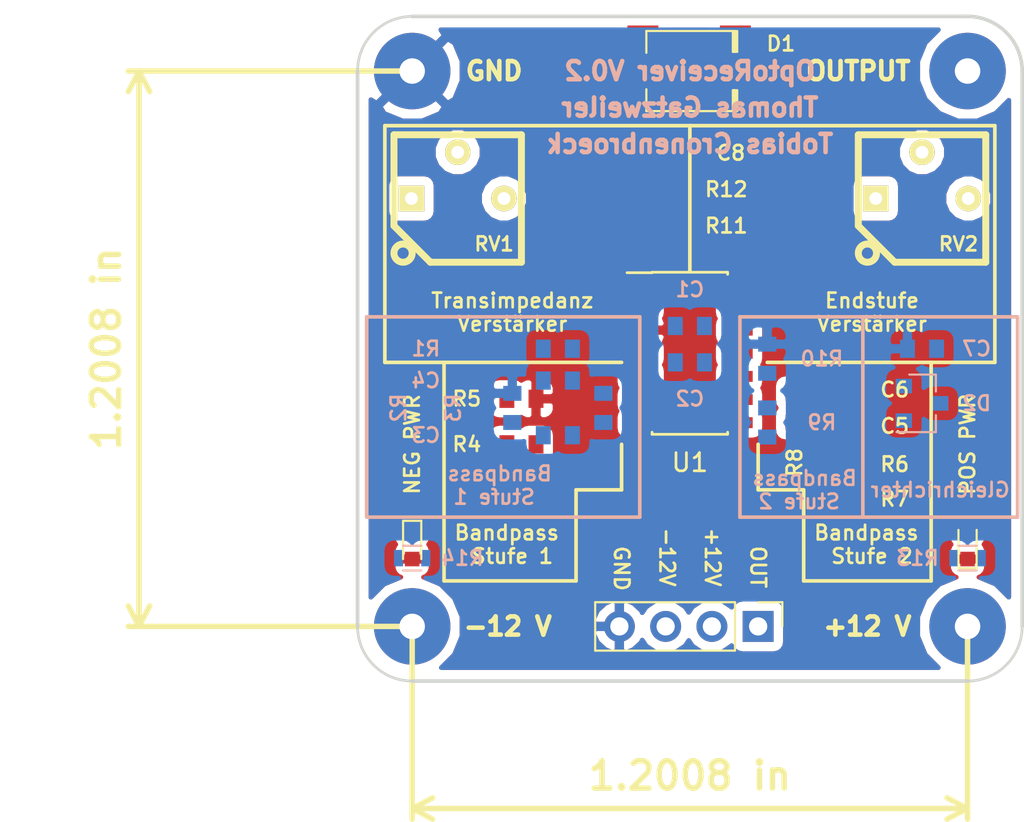
<source format=kicad_pcb>
(kicad_pcb (version 20171130) (host pcbnew "(5.0.0-rc2-66-g0a91f0bc9)")

  (general
    (thickness 1.6)
    (drawings 58)
    (tracks 0)
    (zones 0)
    (modules 34)
    (nets 22)
  )

  (page A4)
  (layers
    (0 F.Cu signal)
    (31 B.Cu signal)
    (32 B.Adhes user)
    (33 F.Adhes user)
    (34 B.Paste user)
    (35 F.Paste user)
    (36 B.SilkS user)
    (37 F.SilkS user)
    (38 B.Mask user)
    (39 F.Mask user)
    (40 Dwgs.User user)
    (41 Cmts.User user)
    (42 Eco1.User user)
    (43 Eco2.User user)
    (44 Edge.Cuts user)
    (45 Margin user)
    (46 B.CrtYd user)
    (47 F.CrtYd user)
    (48 B.Fab user)
    (49 F.Fab user)
  )

  (setup
    (last_trace_width 0.25)
    (trace_clearance 0.2)
    (zone_clearance 0.508)
    (zone_45_only no)
    (trace_min 0.2)
    (segment_width 0.2)
    (edge_width 0.15)
    (via_size 0.8)
    (via_drill 0.4)
    (via_min_size 0.4)
    (via_min_drill 0.3)
    (uvia_size 0.3)
    (uvia_drill 0.1)
    (uvias_allowed no)
    (uvia_min_size 0.2)
    (uvia_min_drill 0.1)
    (pcb_text_width 0.3)
    (pcb_text_size 1.5 1.5)
    (mod_edge_width 0.15)
    (mod_text_size 0.8 0.8)
    (mod_text_width 0.15)
    (pad_size 1.524 1.524)
    (pad_drill 0.762)
    (pad_to_mask_clearance 0.2)
    (aux_axis_origin 87 123.5)
    (grid_origin 87 123.5)
    (visible_elements 7FFFFF7F)
    (pcbplotparams
      (layerselection 0x010fc_ffffffff)
      (usegerberextensions false)
      (usegerberattributes false)
      (usegerberadvancedattributes false)
      (creategerberjobfile false)
      (excludeedgelayer true)
      (linewidth 0.100000)
      (plotframeref false)
      (viasonmask false)
      (mode 1)
      (useauxorigin false)
      (hpglpennumber 1)
      (hpglpenspeed 20)
      (hpglpendiameter 15.000000)
      (psnegative false)
      (psa4output false)
      (plotreference true)
      (plotvalue true)
      (plotinvisibletext false)
      (padsonsilk false)
      (subtractmaskfromsilk false)
      (outputformat 1)
      (mirror false)
      (drillshape 1)
      (scaleselection 1)
      (outputdirectory ""))
  )

  (net 0 "")
  (net 1 "Net-(RV1-Pad3)")
  (net 2 "Net-(D1-Pad2)")
  (net 3 "Net-(R1-Pad2)")
  (net 4 "Net-(R11-Pad1)")
  (net 5 "Net-(R12-Pad1)")
  (net 6 "Net-(RV2-Pad3)")
  (net 7 GND)
  (net 8 "Net-(R4-Pad1)")
  (net 9 "Net-(C4-Pad1)")
  (net 10 "Net-(C3-Pad1)")
  (net 11 "Net-(C5-Pad1)")
  (net 12 "Net-(C6-Pad1)")
  (net 13 "Net-(R10-Pad2)")
  (net 14 "Net-(C7-Pad2)")
  (net 15 -12V)
  (net 16 +12V)
  (net 17 "Net-(C3-Pad2)")
  (net 18 "Net-(C5-Pad2)")
  (net 19 /OUTPUT)
  (net 20 "Net-(D3-Pad2)")
  (net 21 "Net-(D4-Pad1)")

  (net_class Default "Dies ist die voreingestellte Netzklasse."
    (clearance 0.2)
    (trace_width 0.25)
    (via_dia 0.8)
    (via_drill 0.4)
    (uvia_dia 0.3)
    (uvia_drill 0.1)
    (add_net +12V)
    (add_net -12V)
    (add_net /OUTPUT)
    (add_net GND)
    (add_net "Net-(C3-Pad1)")
    (add_net "Net-(C3-Pad2)")
    (add_net "Net-(C4-Pad1)")
    (add_net "Net-(C5-Pad1)")
    (add_net "Net-(C5-Pad2)")
    (add_net "Net-(C6-Pad1)")
    (add_net "Net-(C7-Pad2)")
    (add_net "Net-(D1-Pad2)")
    (add_net "Net-(D3-Pad2)")
    (add_net "Net-(D4-Pad1)")
    (add_net "Net-(R1-Pad2)")
    (add_net "Net-(R10-Pad2)")
    (add_net "Net-(R11-Pad1)")
    (add_net "Net-(R12-Pad1)")
    (add_net "Net-(R4-Pad1)")
    (add_net "Net-(RV1-Pad3)")
    (add_net "Net-(RV2-Pad3)")
  )

  (module Resistors_SMD:R_0603 (layer B.Cu) (tedit 5B1574D4) (tstamp 5B15728E)
    (at 120.5 116.75 180)
    (descr "Resistor SMD 0603, reflow soldering, Vishay (see dcrcw.pdf)")
    (tags "resistor 0603")
    (path /5B14B3A1)
    (attr smd)
    (fp_text reference R13 (at 2.75 0 180) (layer B.SilkS)
      (effects (font (size 0.8 0.8) (thickness 0.15)) (justify mirror))
    )
    (fp_text value 1k (at 0 -1.5 180) (layer B.Fab)
      (effects (font (size 1 1) (thickness 0.15)) (justify mirror))
    )
    (fp_line (start 1.25 -0.7) (end -1.25 -0.7) (layer B.CrtYd) (width 0.05))
    (fp_line (start 1.25 -0.7) (end 1.25 0.7) (layer B.CrtYd) (width 0.05))
    (fp_line (start -1.25 0.7) (end -1.25 -0.7) (layer B.CrtYd) (width 0.05))
    (fp_line (start -1.25 0.7) (end 1.25 0.7) (layer B.CrtYd) (width 0.05))
    (fp_line (start -0.5 0.68) (end 0.5 0.68) (layer B.SilkS) (width 0.12))
    (fp_line (start 0.5 -0.68) (end -0.5 -0.68) (layer B.SilkS) (width 0.12))
    (fp_line (start -0.8 0.4) (end 0.8 0.4) (layer B.Fab) (width 0.1))
    (fp_line (start 0.8 0.4) (end 0.8 -0.4) (layer B.Fab) (width 0.1))
    (fp_line (start 0.8 -0.4) (end -0.8 -0.4) (layer B.Fab) (width 0.1))
    (fp_line (start -0.8 -0.4) (end -0.8 0.4) (layer B.Fab) (width 0.1))
    (fp_text user %R (at 0 0 180) (layer B.Fab)
      (effects (font (size 0.4 0.4) (thickness 0.075)) (justify mirror))
    )
    (pad 2 smd rect (at 0.75 0 180) (size 0.5 0.9) (layers B.Cu B.Paste B.Mask)
      (net 20 "Net-(D3-Pad2)"))
    (pad 1 smd rect (at -0.75 0 180) (size 0.5 0.9) (layers B.Cu B.Paste B.Mask)
      (net 16 +12V))
    (model ${KISYS3DMOD}/Resistors_SMD.3dshapes/R_0603.wrl
      (at (xyz 0 0 0))
      (scale (xyz 1 1 1))
      (rotate (xyz 0 0 0))
    )
    (model ${KISYS3DMOD}/Resistor_SMD.3dshapes/R_0603_1608Metric.step
      (at (xyz 0 0 0))
      (scale (xyz 1 1 1))
      (rotate (xyz 0 0 0))
    )
  )

  (module OptoDevice:Osram_SMD2_4.3x4.65mm_P5.08mm (layer F.Cu) (tedit 5B143FA2) (tstamp 5B1C502C)
    (at 107.75 90 180)
    (descr "PhotoDiode, plastic DIL, 4.3x4.65mm², RM5.08")
    (tags "PhotoDiode plastic DIL RM5.08")
    (path /5AEADB79)
    (fp_text reference D1 (at -2.5 1.5 180) (layer F.SilkS)
      (effects (font (size 0.8 0.8) (thickness 0.15)))
    )
    (fp_text value BPW34 (at 2.54 3.17 180) (layer F.Fab)
      (effects (font (size 0.8 0.8) (thickness 0.15)))
    )
    (fp_line (start -0.1 1.05) (end -0.1 2.2) (layer F.SilkS) (width 0.12))
    (fp_line (start -0.1 -1.05) (end -0.1 -2.2) (layer F.SilkS) (width 0.12))
    (fp_text user %R (at 2.515 0 180) (layer F.Fab)
      (effects (font (size 1 1) (thickness 0.15)))
    )
    (fp_line (start 3.79 1.5) (end 3.79 -1.5) (layer F.Fab) (width 0.1))
    (fp_line (start 0.79 -1.5) (end 0.79 1.5) (layer F.Fab) (width 0.1))
    (fp_line (start 0.09 1.05) (end 0.09 2.2) (layer F.SilkS) (width 0.12))
    (fp_line (start 0.04 2.2) (end 0.04 1.05) (layer F.SilkS) (width 0.12))
    (fp_line (start -0.01 1.05) (end -0.01 2.2) (layer F.SilkS) (width 0.12))
    (fp_line (start -0.01 -1.05) (end -0.01 -2.2) (layer F.SilkS) (width 0.12))
    (fp_line (start 0.09 -2.2) (end 0.09 -1.05) (layer F.SilkS) (width 0.12))
    (fp_line (start 0.04 -2.2) (end 0.04 -1.05) (layer F.SilkS) (width 0.12))
    (fp_line (start 0.14 -1.05) (end 0.14 -2.2) (layer F.SilkS) (width 0.12))
    (fp_line (start 4.89 1) (end 4.89 2.2) (layer F.SilkS) (width 0.12))
    (fp_line (start 4.89 2.2) (end 0.14 2.2) (layer F.SilkS) (width 0.12))
    (fp_line (start 0.14 2.2) (end 0.14 1.05) (layer F.SilkS) (width 0.12))
    (fp_line (start 0.14 -2.2) (end 4.89 -2.2) (layer F.SilkS) (width 0.12))
    (fp_line (start 4.89 -2.2) (end 4.89 -1) (layer F.SilkS) (width 0.12))
    (fp_line (start 4.84 -2.15) (end 4.84 2.15) (layer F.Fab) (width 0.1))
    (fp_line (start 4.84 2.15) (end 0.19 2.15) (layer F.Fab) (width 0.1))
    (fp_line (start 0.19 2.15) (end 0.19 -1.5) (layer F.Fab) (width 0.1))
    (fp_line (start 0.19 -1.5) (end 0.84 -2.15) (layer F.Fab) (width 0.1))
    (fp_line (start 0.84 -2.15) (end 4.84 -2.15) (layer F.Fab) (width 0.1))
    (fp_line (start 0.79 1.5) (end 3.79 1.5) (layer F.Fab) (width 0.1))
    (fp_line (start 3.79 -1.5) (end 0.79 -1.5) (layer F.Fab) (width 0.1))
    (fp_line (start 2.79 -0.38) (end 3.05 -0.38) (layer F.Fab) (width 0.1))
    (fp_line (start 2.79 -0.38) (end 2.79 -0.64) (layer F.Fab) (width 0.1))
    (fp_line (start 2.29 -0.38) (end 2.54 -0.38) (layer F.Fab) (width 0.1))
    (fp_line (start 2.29 -0.38) (end 2.29 -0.64) (layer F.Fab) (width 0.1))
    (fp_line (start 3.05 -1.14) (end 2.29 -0.38) (layer F.Fab) (width 0.1))
    (fp_line (start 3.56 -1.14) (end 2.79 -0.38) (layer F.Fab) (width 0.1))
    (fp_line (start 2.03 0.64) (end 2.67 0) (layer F.Fab) (width 0.1))
    (fp_line (start 2.67 0) (end 2.67 1.27) (layer F.Fab) (width 0.1))
    (fp_line (start 2.67 1.27) (end 2.03 0.64) (layer F.Fab) (width 0.1))
    (fp_line (start 2.03 0) (end 2.03 1.27) (layer F.Fab) (width 0.1))
    (fp_line (start 1.02 0.64) (end 3.56 0.64) (layer F.Fab) (width 0.1))
    (fp_line (start -1.1 -2.4) (end 6.18 -2.4) (layer F.CrtYd) (width 0.05))
    (fp_line (start -1.1 -2.4) (end -1.1 2.4) (layer F.CrtYd) (width 0.05))
    (fp_line (start 6.18 2.4) (end 6.18 -2.4) (layer F.CrtYd) (width 0.05))
    (fp_line (start 6.18 2.4) (end -1.1 2.4) (layer F.CrtYd) (width 0.05))
    (pad 2 smd rect (at 5.08 0) (size 1.7 5) (layers F.Cu F.Paste F.Mask)
      (net 2 "Net-(D1-Pad2)"))
    (pad 1 smd rect (at 0 0) (size 1.7 5) (layers F.Cu F.Paste F.Mask)
      (net 16 +12V))
    (model ${KISYS3DMOD}/OptoDevice.3dshapes/Osram_DIL2_4.3x4.65mm_P5.08mm.wrl
      (at (xyz 0 0 0))
      (scale (xyz 1 1 1))
      (rotate (xyz 0 0 0))
    )
    (model ${KIPRJMOD}/optoreceiver.3dshapes/bpw34.STEP
      (offset (xyz 3 -3.8 0.3))
      (scale (xyz 1 1 1))
      (rotate (xyz -90 0 0))
    )
  )

  (module Capacitor_SMD:C_0603_1608Metric (layer B.Cu) (tedit 5AC5DB74) (tstamp 5B157688)
    (at 105.25 104)
    (descr "Capacitor SMD 0603 (1608 Metric), square (rectangular) end terminal, IPC_7351 nominal, (Body size source: http://www.tortai-tech.com/upload/download/2011102023233369053.pdf), generated with kicad-footprint-generator")
    (tags capacitor)
    (path /5AEAFE56)
    (attr smd)
    (fp_text reference C1 (at 0 -2) (layer B.SilkS)
      (effects (font (size 0.8 0.8) (thickness 0.15)) (justify mirror))
    )
    (fp_text value "100n 50V" (at 0 -1.45) (layer B.Fab)
      (effects (font (size 0.8 0.8) (thickness 0.15)) (justify mirror))
    )
    (fp_text user %R (at 0 0) (layer B.Fab)
      (effects (font (size 0.8 0.8) (thickness 0.15)) (justify mirror))
    )
    (fp_line (start 1.46 -0.75) (end -1.46 -0.75) (layer B.CrtYd) (width 0.05))
    (fp_line (start 1.46 0.75) (end 1.46 -0.75) (layer B.CrtYd) (width 0.05))
    (fp_line (start -1.46 0.75) (end 1.46 0.75) (layer B.CrtYd) (width 0.05))
    (fp_line (start -1.46 -0.75) (end -1.46 0.75) (layer B.CrtYd) (width 0.05))
    (fp_line (start 0.8 -0.4) (end -0.8 -0.4) (layer B.Fab) (width 0.1))
    (fp_line (start 0.8 0.4) (end 0.8 -0.4) (layer B.Fab) (width 0.1))
    (fp_line (start -0.8 0.4) (end 0.8 0.4) (layer B.Fab) (width 0.1))
    (fp_line (start -0.8 -0.4) (end -0.8 0.4) (layer B.Fab) (width 0.1))
    (pad 2 smd rect (at 0.8 0) (size 0.82 1) (layers B.Cu B.Paste B.Mask)
      (net 15 -12V))
    (pad 1 smd rect (at -0.8 0) (size 0.82 1) (layers B.Cu B.Paste B.Mask)
      (net 16 +12V))
    (model ${KISYS3DMOD}/Capacitor_SMD.3dshapes/C_0603_1608Metric.wrl
      (at (xyz 0 0 0))
      (scale (xyz 1 1 1))
      (rotate (xyz 0 0 0))
    )
  )

  (module Capacitor_SMD:C_0603_1608Metric (layer B.Cu) (tedit 5AC5DB74) (tstamp 5B15765E)
    (at 105.25 106)
    (descr "Capacitor SMD 0603 (1608 Metric), square (rectangular) end terminal, IPC_7351 nominal, (Body size source: http://www.tortai-tech.com/upload/download/2011102023233369053.pdf), generated with kicad-footprint-generator")
    (tags capacitor)
    (path /5AFB3597)
    (attr smd)
    (fp_text reference C2 (at 0 2) (layer B.SilkS)
      (effects (font (size 0.8 0.8) (thickness 0.15)) (justify mirror))
    )
    (fp_text value "1u 50V" (at 0 -1.45) (layer B.Fab)
      (effects (font (size 0.8 0.8) (thickness 0.15)) (justify mirror))
    )
    (fp_text user %R (at 0 0) (layer B.Fab)
      (effects (font (size 0.8 0.8) (thickness 0.15)) (justify mirror))
    )
    (fp_line (start 1.46 -0.75) (end -1.46 -0.75) (layer B.CrtYd) (width 0.05))
    (fp_line (start 1.46 0.75) (end 1.46 -0.75) (layer B.CrtYd) (width 0.05))
    (fp_line (start -1.46 0.75) (end 1.46 0.75) (layer B.CrtYd) (width 0.05))
    (fp_line (start -1.46 -0.75) (end -1.46 0.75) (layer B.CrtYd) (width 0.05))
    (fp_line (start 0.8 -0.4) (end -0.8 -0.4) (layer B.Fab) (width 0.1))
    (fp_line (start 0.8 0.4) (end 0.8 -0.4) (layer B.Fab) (width 0.1))
    (fp_line (start -0.8 0.4) (end 0.8 0.4) (layer B.Fab) (width 0.1))
    (fp_line (start -0.8 -0.4) (end -0.8 0.4) (layer B.Fab) (width 0.1))
    (pad 2 smd rect (at 0.8 0) (size 0.82 1) (layers B.Cu B.Paste B.Mask)
      (net 15 -12V))
    (pad 1 smd rect (at -0.8 0) (size 0.82 1) (layers B.Cu B.Paste B.Mask)
      (net 16 +12V))
    (model ${KISYS3DMOD}/Capacitor_SMD.3dshapes/C_0603_1608Metric.wrl
      (at (xyz 0 0 0))
      (scale (xyz 1 1 1))
      (rotate (xyz 0 0 0))
    )
  )

  (module Capacitor_SMD:C_0603_1608Metric (layer B.Cu) (tedit 5AC5DB74) (tstamp 5B157784)
    (at 98 110 180)
    (descr "Capacitor SMD 0603 (1608 Metric), square (rectangular) end terminal, IPC_7351 nominal, (Body size source: http://www.tortai-tech.com/upload/download/2011102023233369053.pdf), generated with kicad-footprint-generator")
    (tags capacitor)
    (path /5AEAF715)
    (attr smd)
    (fp_text reference C3 (at 7.25 0 180) (layer B.SilkS)
      (effects (font (size 0.8 0.8) (thickness 0.15)) (justify mirror))
    )
    (fp_text value 390p (at 0 -1.45 180) (layer B.Fab)
      (effects (font (size 0.8 0.8) (thickness 0.15)) (justify mirror))
    )
    (fp_line (start -0.8 -0.4) (end -0.8 0.4) (layer B.Fab) (width 0.1))
    (fp_line (start -0.8 0.4) (end 0.8 0.4) (layer B.Fab) (width 0.1))
    (fp_line (start 0.8 0.4) (end 0.8 -0.4) (layer B.Fab) (width 0.1))
    (fp_line (start 0.8 -0.4) (end -0.8 -0.4) (layer B.Fab) (width 0.1))
    (fp_line (start -1.46 -0.75) (end -1.46 0.75) (layer B.CrtYd) (width 0.05))
    (fp_line (start -1.46 0.75) (end 1.46 0.75) (layer B.CrtYd) (width 0.05))
    (fp_line (start 1.46 0.75) (end 1.46 -0.75) (layer B.CrtYd) (width 0.05))
    (fp_line (start 1.46 -0.75) (end -1.46 -0.75) (layer B.CrtYd) (width 0.05))
    (fp_text user %R (at 0 0 180) (layer B.Fab)
      (effects (font (size 0.8 0.8) (thickness 0.15)) (justify mirror))
    )
    (pad 1 smd rect (at -0.8 0 180) (size 0.82 1) (layers B.Cu B.Paste B.Mask)
      (net 10 "Net-(C3-Pad1)"))
    (pad 2 smd rect (at 0.8 0 180) (size 0.82 1) (layers B.Cu B.Paste B.Mask)
      (net 17 "Net-(C3-Pad2)"))
    (model ${KISYS3DMOD}/Capacitor_SMD.3dshapes/C_0603_1608Metric.wrl
      (at (xyz 0 0 0))
      (scale (xyz 1 1 1))
      (rotate (xyz 0 0 0))
    )
  )

  (module Capacitor_SMD:C_0603_1608Metric (layer B.Cu) (tedit 5AC5DB74) (tstamp 5B1575E0)
    (at 98 107 180)
    (descr "Capacitor SMD 0603 (1608 Metric), square (rectangular) end terminal, IPC_7351 nominal, (Body size source: http://www.tortai-tech.com/upload/download/2011102023233369053.pdf), generated with kicad-footprint-generator")
    (tags capacitor)
    (path /5AEAF686)
    (attr smd)
    (fp_text reference C4 (at 7.25 0 180) (layer B.SilkS)
      (effects (font (size 0.8 0.8) (thickness 0.15)) (justify mirror))
    )
    (fp_text value 390p (at 0 -1.45 180) (layer B.Fab)
      (effects (font (size 0.8 0.8) (thickness 0.15)) (justify mirror))
    )
    (fp_text user %R (at -0.3 0 180) (layer B.Fab)
      (effects (font (size 0.8 0.8) (thickness 0.15)) (justify mirror))
    )
    (fp_line (start 1.46 -0.75) (end -1.46 -0.75) (layer B.CrtYd) (width 0.05))
    (fp_line (start 1.46 0.75) (end 1.46 -0.75) (layer B.CrtYd) (width 0.05))
    (fp_line (start -1.46 0.75) (end 1.46 0.75) (layer B.CrtYd) (width 0.05))
    (fp_line (start -1.46 -0.75) (end -1.46 0.75) (layer B.CrtYd) (width 0.05))
    (fp_line (start 0.8 -0.4) (end -0.8 -0.4) (layer B.Fab) (width 0.1))
    (fp_line (start 0.8 0.4) (end 0.8 -0.4) (layer B.Fab) (width 0.1))
    (fp_line (start -0.8 0.4) (end 0.8 0.4) (layer B.Fab) (width 0.1))
    (fp_line (start -0.8 -0.4) (end -0.8 0.4) (layer B.Fab) (width 0.1))
    (pad 2 smd rect (at 0.8 0 180) (size 0.82 1) (layers B.Cu B.Paste B.Mask)
      (net 17 "Net-(C3-Pad2)"))
    (pad 1 smd rect (at -0.8 0 180) (size 0.82 1) (layers B.Cu B.Paste B.Mask)
      (net 9 "Net-(C4-Pad1)"))
    (model ${KISYS3DMOD}/Capacitor_SMD.3dshapes/C_0603_1608Metric.wrl
      (at (xyz 0 0 0))
      (scale (xyz 1 1 1))
      (rotate (xyz 0 0 0))
    )
  )

  (module Capacitor_SMD:C_0603_1608Metric (layer F.Cu) (tedit 5AC5DB74) (tstamp 5B15758C)
    (at 114 109.5)
    (descr "Capacitor SMD 0603 (1608 Metric), square (rectangular) end terminal, IPC_7351 nominal, (Body size source: http://www.tortai-tech.com/upload/download/2011102023233369053.pdf), generated with kicad-footprint-generator")
    (tags capacitor)
    (path /5AEAFDC2)
    (attr smd)
    (fp_text reference C5 (at 2.5 0) (layer F.SilkS)
      (effects (font (size 0.8 0.8) (thickness 0.15)))
    )
    (fp_text value 390p (at 0 1.45) (layer F.Fab)
      (effects (font (size 0.8 0.8) (thickness 0.15)))
    )
    (fp_line (start -0.8 0.4) (end -0.8 -0.4) (layer F.Fab) (width 0.1))
    (fp_line (start -0.8 -0.4) (end 0.8 -0.4) (layer F.Fab) (width 0.1))
    (fp_line (start 0.8 -0.4) (end 0.8 0.4) (layer F.Fab) (width 0.1))
    (fp_line (start 0.8 0.4) (end -0.8 0.4) (layer F.Fab) (width 0.1))
    (fp_line (start -1.46 0.75) (end -1.46 -0.75) (layer F.CrtYd) (width 0.05))
    (fp_line (start -1.46 -0.75) (end 1.46 -0.75) (layer F.CrtYd) (width 0.05))
    (fp_line (start 1.46 -0.75) (end 1.46 0.75) (layer F.CrtYd) (width 0.05))
    (fp_line (start 1.46 0.75) (end -1.46 0.75) (layer F.CrtYd) (width 0.05))
    (fp_text user %R (at 0 0) (layer F.Fab)
      (effects (font (size 0.8 0.8) (thickness 0.15)))
    )
    (pad 1 smd rect (at -0.8 0) (size 0.82 1) (layers F.Cu F.Paste F.Mask)
      (net 11 "Net-(C5-Pad1)"))
    (pad 2 smd rect (at 0.8 0) (size 0.82 1) (layers F.Cu F.Paste F.Mask)
      (net 18 "Net-(C5-Pad2)"))
    (model ${KISYS3DMOD}/Capacitor_SMD.3dshapes/C_0603_1608Metric.wrl
      (at (xyz 0 0 0))
      (scale (xyz 1 1 1))
      (rotate (xyz 0 0 0))
    )
  )

  (module Capacitor_SMD:C_0603_1608Metric (layer F.Cu) (tedit 5AC5DB74) (tstamp 5B1575B6)
    (at 114 107.5)
    (descr "Capacitor SMD 0603 (1608 Metric), square (rectangular) end terminal, IPC_7351 nominal, (Body size source: http://www.tortai-tech.com/upload/download/2011102023233369053.pdf), generated with kicad-footprint-generator")
    (tags capacitor)
    (path /5AEAFDBC)
    (attr smd)
    (fp_text reference C6 (at 2.5 0) (layer F.SilkS)
      (effects (font (size 0.8 0.8) (thickness 0.15)))
    )
    (fp_text value 390p (at 0 1.45) (layer F.Fab)
      (effects (font (size 0.8 0.8) (thickness 0.15)))
    )
    (fp_text user %R (at -0.2 0) (layer F.Fab)
      (effects (font (size 0.8 0.8) (thickness 0.15)))
    )
    (fp_line (start 1.46 0.75) (end -1.46 0.75) (layer F.CrtYd) (width 0.05))
    (fp_line (start 1.46 -0.75) (end 1.46 0.75) (layer F.CrtYd) (width 0.05))
    (fp_line (start -1.46 -0.75) (end 1.46 -0.75) (layer F.CrtYd) (width 0.05))
    (fp_line (start -1.46 0.75) (end -1.46 -0.75) (layer F.CrtYd) (width 0.05))
    (fp_line (start 0.8 0.4) (end -0.8 0.4) (layer F.Fab) (width 0.1))
    (fp_line (start 0.8 -0.4) (end 0.8 0.4) (layer F.Fab) (width 0.1))
    (fp_line (start -0.8 -0.4) (end 0.8 -0.4) (layer F.Fab) (width 0.1))
    (fp_line (start -0.8 0.4) (end -0.8 -0.4) (layer F.Fab) (width 0.1))
    (pad 2 smd rect (at 0.8 0) (size 0.82 1) (layers F.Cu F.Paste F.Mask)
      (net 18 "Net-(C5-Pad2)"))
    (pad 1 smd rect (at -0.8 0) (size 0.82 1) (layers F.Cu F.Paste F.Mask)
      (net 12 "Net-(C6-Pad1)"))
    (model ${KISYS3DMOD}/Capacitor_SMD.3dshapes/C_0603_1608Metric.wrl
      (at (xyz 0 0 0))
      (scale (xyz 1 1 1))
      (rotate (xyz 0 0 0))
    )
  )

  (module Capacitor_SMD:C_0603_1608Metric (layer B.Cu) (tedit 5AC5DB74) (tstamp 5B157634)
    (at 118 105.25)
    (descr "Capacitor SMD 0603 (1608 Metric), square (rectangular) end terminal, IPC_7351 nominal, (Body size source: http://www.tortai-tech.com/upload/download/2011102023233369053.pdf), generated with kicad-footprint-generator")
    (tags capacitor)
    (path /5AEB0668)
    (attr smd)
    (fp_text reference C7 (at 3 0) (layer B.SilkS)
      (effects (font (size 0.8 0.8) (thickness 0.15)) (justify mirror))
    )
    (fp_text value 1n (at 0 -1.45) (layer B.Fab)
      (effects (font (size 0.8 0.8) (thickness 0.15)) (justify mirror))
    )
    (fp_line (start -0.8 -0.4) (end -0.8 0.4) (layer B.Fab) (width 0.1))
    (fp_line (start -0.8 0.4) (end 0.8 0.4) (layer B.Fab) (width 0.1))
    (fp_line (start 0.8 0.4) (end 0.8 -0.4) (layer B.Fab) (width 0.1))
    (fp_line (start 0.8 -0.4) (end -0.8 -0.4) (layer B.Fab) (width 0.1))
    (fp_line (start -1.46 -0.75) (end -1.46 0.75) (layer B.CrtYd) (width 0.05))
    (fp_line (start -1.46 0.75) (end 1.46 0.75) (layer B.CrtYd) (width 0.05))
    (fp_line (start 1.46 0.75) (end 1.46 -0.75) (layer B.CrtYd) (width 0.05))
    (fp_line (start 1.46 -0.75) (end -1.46 -0.75) (layer B.CrtYd) (width 0.05))
    (fp_text user %R (at 0 0) (layer B.Fab)
      (effects (font (size 0.8 0.8) (thickness 0.15)) (justify mirror))
    )
    (pad 1 smd rect (at -0.8 0) (size 0.82 1) (layers B.Cu B.Paste B.Mask)
      (net 7 GND))
    (pad 2 smd rect (at 0.8 0) (size 0.82 1) (layers B.Cu B.Paste B.Mask)
      (net 14 "Net-(C7-Pad2)"))
    (model ${KISYS3DMOD}/Capacitor_SMD.3dshapes/C_0603_1608Metric.wrl
      (at (xyz 0 0 0))
      (scale (xyz 1 1 1))
      (rotate (xyz 0 0 0))
    )
  )

  (module Capacitor_SMD:C_0603_1608Metric (layer F.Cu) (tedit 5AC5DB74) (tstamp 5B15760A)
    (at 110.25 94.5)
    (descr "Capacitor SMD 0603 (1608 Metric), square (rectangular) end terminal, IPC_7351 nominal, (Body size source: http://www.tortai-tech.com/upload/download/2011102023233369053.pdf), generated with kicad-footprint-generator")
    (tags capacitor)
    (path /5AEB0DB0)
    (attr smd)
    (fp_text reference C8 (at -2.75 0) (layer F.SilkS)
      (effects (font (size 0.8 0.8) (thickness 0.15)))
    )
    (fp_text value 100n (at 0 1.45) (layer F.Fab)
      (effects (font (size 0.8 0.8) (thickness 0.15)))
    )
    (fp_line (start -0.8 0.4) (end -0.8 -0.4) (layer F.Fab) (width 0.1))
    (fp_line (start -0.8 -0.4) (end 0.8 -0.4) (layer F.Fab) (width 0.1))
    (fp_line (start 0.8 -0.4) (end 0.8 0.4) (layer F.Fab) (width 0.1))
    (fp_line (start 0.8 0.4) (end -0.8 0.4) (layer F.Fab) (width 0.1))
    (fp_line (start -1.46 0.75) (end -1.46 -0.75) (layer F.CrtYd) (width 0.05))
    (fp_line (start -1.46 -0.75) (end 1.46 -0.75) (layer F.CrtYd) (width 0.05))
    (fp_line (start 1.46 -0.75) (end 1.46 0.75) (layer F.CrtYd) (width 0.05))
    (fp_line (start 1.46 0.75) (end -1.46 0.75) (layer F.CrtYd) (width 0.05))
    (fp_text user %R (at 0 0) (layer F.Fab)
      (effects (font (size 0.8 0.8) (thickness 0.15)))
    )
    (pad 1 smd rect (at -0.8 0) (size 0.82 1) (layers F.Cu F.Paste F.Mask)
      (net 7 GND))
    (pad 2 smd rect (at 0.8 0) (size 0.82 1) (layers F.Cu F.Paste F.Mask)
      (net 19 /OUTPUT))
    (model ${KISYS3DMOD}/Capacitor_SMD.3dshapes/C_0603_1608Metric.wrl
      (at (xyz 0 0 0))
      (scale (xyz 1 1 1))
      (rotate (xyz 0 0 0))
    )
  )

  (module Resistor_SMD:R_0603_1608Metric (layer B.Cu) (tedit 5AC5DB74) (tstamp 5B157706)
    (at 98 105.25)
    (descr "Resistor SMD 0603 (1608 Metric), square (rectangular) end terminal, IPC_7351 nominal, (Body size source: http://www.tortai-tech.com/upload/download/2011102023233369053.pdf), generated with kicad-footprint-generator")
    (tags resistor)
    (path /5AEAF541)
    (attr smd)
    (fp_text reference R1 (at -7.25 0) (layer B.SilkS)
      (effects (font (size 0.8 0.8) (thickness 0.15)) (justify mirror))
    )
    (fp_text value 75K (at 0 -1.45) (layer B.Fab)
      (effects (font (size 0.8 0.8) (thickness 0.15)) (justify mirror))
    )
    (fp_line (start -0.8 -0.4) (end -0.8 0.4) (layer B.Fab) (width 0.1))
    (fp_line (start -0.8 0.4) (end 0.8 0.4) (layer B.Fab) (width 0.1))
    (fp_line (start 0.8 0.4) (end 0.8 -0.4) (layer B.Fab) (width 0.1))
    (fp_line (start 0.8 -0.4) (end -0.8 -0.4) (layer B.Fab) (width 0.1))
    (fp_line (start -1.46 -0.75) (end -1.46 0.75) (layer B.CrtYd) (width 0.05))
    (fp_line (start -1.46 0.75) (end 1.46 0.75) (layer B.CrtYd) (width 0.05))
    (fp_line (start 1.46 0.75) (end 1.46 -0.75) (layer B.CrtYd) (width 0.05))
    (fp_line (start 1.46 -0.75) (end -1.46 -0.75) (layer B.CrtYd) (width 0.05))
    (fp_text user %R (at 0 0) (layer B.Fab)
      (effects (font (size 0.8 0.8) (thickness 0.15)) (justify mirror))
    )
    (pad 1 smd rect (at -0.8 0) (size 0.82 1) (layers B.Cu B.Paste B.Mask)
      (net 17 "Net-(C3-Pad2)"))
    (pad 2 smd rect (at 0.8 0) (size 0.82 1) (layers B.Cu B.Paste B.Mask)
      (net 3 "Net-(R1-Pad2)"))
    (model ${KISYS3DMOD}/Resistor_SMD.3dshapes/R_0603_1608Metric.wrl
      (at (xyz 0 0 0))
      (scale (xyz 1 1 1))
      (rotate (xyz 0 0 0))
    )
  )

  (module Resistor_SMD:R_0603_1608Metric (layer B.Cu) (tedit 5AC5DB74) (tstamp 5B15775A)
    (at 95.5 108.5 270)
    (descr "Resistor SMD 0603 (1608 Metric), square (rectangular) end terminal, IPC_7351 nominal, (Body size source: http://www.tortai-tech.com/upload/download/2011102023233369053.pdf), generated with kicad-footprint-generator")
    (tags resistor)
    (path /5AEAF581)
    (attr smd)
    (fp_text reference R2 (at 0 6.25 270) (layer B.SilkS)
      (effects (font (size 0.8 0.8) (thickness 0.15)) (justify mirror))
    )
    (fp_text value 1K02 (at 0 -1.45 270) (layer B.Fab)
      (effects (font (size 0.8 0.8) (thickness 0.15)) (justify mirror))
    )
    (fp_text user %R (at 0 0 270) (layer B.Fab)
      (effects (font (size 0.8 0.8) (thickness 0.15)) (justify mirror))
    )
    (fp_line (start 1.46 -0.75) (end -1.46 -0.75) (layer B.CrtYd) (width 0.05))
    (fp_line (start 1.46 0.75) (end 1.46 -0.75) (layer B.CrtYd) (width 0.05))
    (fp_line (start -1.46 0.75) (end 1.46 0.75) (layer B.CrtYd) (width 0.05))
    (fp_line (start -1.46 -0.75) (end -1.46 0.75) (layer B.CrtYd) (width 0.05))
    (fp_line (start 0.8 -0.4) (end -0.8 -0.4) (layer B.Fab) (width 0.1))
    (fp_line (start 0.8 0.4) (end 0.8 -0.4) (layer B.Fab) (width 0.1))
    (fp_line (start -0.8 0.4) (end 0.8 0.4) (layer B.Fab) (width 0.1))
    (fp_line (start -0.8 -0.4) (end -0.8 0.4) (layer B.Fab) (width 0.1))
    (pad 2 smd rect (at 0.8 0 270) (size 0.82 1) (layers B.Cu B.Paste B.Mask)
      (net 17 "Net-(C3-Pad2)"))
    (pad 1 smd rect (at -0.8 0 270) (size 0.82 1) (layers B.Cu B.Paste B.Mask)
      (net 7 GND))
    (model ${KISYS3DMOD}/Resistor_SMD.3dshapes/R_0603_1608Metric.wrl
      (at (xyz 0 0 0))
      (scale (xyz 1 1 1))
      (rotate (xyz 0 0 0))
    )
    (model "C:/Program Files/KiCad/share/kicad/modules/packages3d/Resistor_SMD.3dshapes/R_0603_1608Metric.step"
      (at (xyz 0 0 0))
      (scale (xyz 1 1 1))
      (rotate (xyz 0 0 0))
    )
  )

  (module Resistor_SMD:R_0603_1608Metric (layer B.Cu) (tedit 5AC5DB74) (tstamp 5B157730)
    (at 100.5 108.5 270)
    (descr "Resistor SMD 0603 (1608 Metric), square (rectangular) end terminal, IPC_7351 nominal, (Body size source: http://www.tortai-tech.com/upload/download/2011102023233369053.pdf), generated with kicad-footprint-generator")
    (tags resistor)
    (path /5AEAF96B)
    (attr smd)
    (fp_text reference R3 (at 0 8.25 270) (layer B.SilkS)
      (effects (font (size 0.8 0.8) (thickness 0.15)) (justify mirror))
    )
    (fp_text value 102K (at 0 -1.45 270) (layer B.Fab)
      (effects (font (size 0.8 0.8) (thickness 0.15)) (justify mirror))
    )
    (fp_line (start -0.8 -0.4) (end -0.8 0.4) (layer B.Fab) (width 0.1))
    (fp_line (start -0.8 0.4) (end 0.8 0.4) (layer B.Fab) (width 0.1))
    (fp_line (start 0.8 0.4) (end 0.8 -0.4) (layer B.Fab) (width 0.1))
    (fp_line (start 0.8 -0.4) (end -0.8 -0.4) (layer B.Fab) (width 0.1))
    (fp_line (start -1.46 -0.75) (end -1.46 0.75) (layer B.CrtYd) (width 0.05))
    (fp_line (start -1.46 0.75) (end 1.46 0.75) (layer B.CrtYd) (width 0.05))
    (fp_line (start 1.46 0.75) (end 1.46 -0.75) (layer B.CrtYd) (width 0.05))
    (fp_line (start 1.46 -0.75) (end -1.46 -0.75) (layer B.CrtYd) (width 0.05))
    (fp_text user %R (at 0 0 270) (layer B.Fab)
      (effects (font (size 0.8 0.8) (thickness 0.15)) (justify mirror))
    )
    (pad 1 smd rect (at -0.8 0 270) (size 0.82 1) (layers B.Cu B.Paste B.Mask)
      (net 9 "Net-(C4-Pad1)"))
    (pad 2 smd rect (at 0.8 0 270) (size 0.82 1) (layers B.Cu B.Paste B.Mask)
      (net 10 "Net-(C3-Pad1)"))
    (model ${KISYS3DMOD}/Resistor_SMD.3dshapes/R_0603_1608Metric.wrl
      (at (xyz 0 0 0))
      (scale (xyz 1 1 1))
      (rotate (xyz 0 0 0))
    )
  )

  (module Resistor_SMD:R_0603_1608Metric (layer F.Cu) (tedit 5AC5DB74) (tstamp 5B157D45)
    (at 96 110.5)
    (descr "Resistor SMD 0603 (1608 Metric), square (rectangular) end terminal, IPC_7351 nominal, (Body size source: http://www.tortai-tech.com/upload/download/2011102023233369053.pdf), generated with kicad-footprint-generator")
    (tags resistor)
    (path /5AEAFA8E)
    (attr smd)
    (fp_text reference R4 (at -3 0) (layer F.SilkS)
      (effects (font (size 0.8 0.8) (thickness 0.15)))
    )
    (fp_text value 15K4 (at 0 1.45) (layer F.Fab)
      (effects (font (size 0.8 0.8) (thickness 0.15)))
    )
    (fp_text user %R (at 0 0) (layer F.Fab)
      (effects (font (size 0.8 0.8) (thickness 0.15)))
    )
    (fp_line (start 1.46 0.75) (end -1.46 0.75) (layer F.CrtYd) (width 0.05))
    (fp_line (start 1.46 -0.75) (end 1.46 0.75) (layer F.CrtYd) (width 0.05))
    (fp_line (start -1.46 -0.75) (end 1.46 -0.75) (layer F.CrtYd) (width 0.05))
    (fp_line (start -1.46 0.75) (end -1.46 -0.75) (layer F.CrtYd) (width 0.05))
    (fp_line (start 0.8 0.4) (end -0.8 0.4) (layer F.Fab) (width 0.1))
    (fp_line (start 0.8 -0.4) (end 0.8 0.4) (layer F.Fab) (width 0.1))
    (fp_line (start -0.8 -0.4) (end 0.8 -0.4) (layer F.Fab) (width 0.1))
    (fp_line (start -0.8 0.4) (end -0.8 -0.4) (layer F.Fab) (width 0.1))
    (pad 2 smd rect (at 0.8 0) (size 0.82 1) (layers F.Cu F.Paste F.Mask)
      (net 10 "Net-(C3-Pad1)"))
    (pad 1 smd rect (at -0.8 0) (size 0.82 1) (layers F.Cu F.Paste F.Mask)
      (net 8 "Net-(R4-Pad1)"))
    (model ${KISYS3DMOD}/Resistor_SMD.3dshapes/R_0603_1608Metric.wrl
      (at (xyz 0 0 0))
      (scale (xyz 1 1 1))
      (rotate (xyz 0 0 0))
    )
  )

  (module Resistor_SMD:R_0603_1608Metric (layer F.Cu) (tedit 5AC5DB74) (tstamp 5B157DF3)
    (at 96 108 180)
    (descr "Resistor SMD 0603 (1608 Metric), square (rectangular) end terminal, IPC_7351 nominal, (Body size source: http://www.tortai-tech.com/upload/download/2011102023233369053.pdf), generated with kicad-footprint-generator")
    (tags resistor)
    (path /5AEAFAD7)
    (attr smd)
    (fp_text reference R5 (at 3 0 180) (layer F.SilkS)
      (effects (font (size 0.8 0.8) (thickness 0.15)))
    )
    (fp_text value 249 (at 0 1.45 180) (layer F.Fab)
      (effects (font (size 0.8 0.8) (thickness 0.15)))
    )
    (fp_line (start -0.8 0.4) (end -0.8 -0.4) (layer F.Fab) (width 0.1))
    (fp_line (start -0.8 -0.4) (end 0.8 -0.4) (layer F.Fab) (width 0.1))
    (fp_line (start 0.8 -0.4) (end 0.8 0.4) (layer F.Fab) (width 0.1))
    (fp_line (start 0.8 0.4) (end -0.8 0.4) (layer F.Fab) (width 0.1))
    (fp_line (start -1.46 0.75) (end -1.46 -0.75) (layer F.CrtYd) (width 0.05))
    (fp_line (start -1.46 -0.75) (end 1.46 -0.75) (layer F.CrtYd) (width 0.05))
    (fp_line (start 1.46 -0.75) (end 1.46 0.75) (layer F.CrtYd) (width 0.05))
    (fp_line (start 1.46 0.75) (end -1.46 0.75) (layer F.CrtYd) (width 0.05))
    (fp_text user %R (at 0 0 180) (layer F.Fab)
      (effects (font (size 0.8 0.8) (thickness 0.15)))
    )
    (pad 1 smd rect (at -0.8 0 180) (size 0.82 1) (layers F.Cu F.Paste F.Mask)
      (net 7 GND))
    (pad 2 smd rect (at 0.8 0 180) (size 0.82 1) (layers F.Cu F.Paste F.Mask)
      (net 8 "Net-(R4-Pad1)"))
    (model ${KISYS3DMOD}/Resistor_SMD.3dshapes/R_0603_1608Metric.wrl
      (at (xyz 0 0 0))
      (scale (xyz 1 1 1))
      (rotate (xyz 0 0 0))
    )
  )

  (module Resistor_SMD:R_0603_1608Metric (layer F.Cu) (tedit 5AC5DB74) (tstamp 5B15733A)
    (at 114 111.5 180)
    (descr "Resistor SMD 0603 (1608 Metric), square (rectangular) end terminal, IPC_7351 nominal, (Body size source: http://www.tortai-tech.com/upload/download/2011102023233369053.pdf), generated with kicad-footprint-generator")
    (tags resistor)
    (path /5AEAFDA7)
    (attr smd)
    (fp_text reference R6 (at -2.5 -0.1 180) (layer F.SilkS)
      (effects (font (size 0.8 0.8) (thickness 0.15)))
    )
    (fp_text value 49K9 (at 0 1.45 180) (layer F.Fab)
      (effects (font (size 0.8 0.8) (thickness 0.15)))
    )
    (fp_text user %R (at -0.2 0 180) (layer F.Fab)
      (effects (font (size 0.8 0.8) (thickness 0.15)))
    )
    (fp_line (start 1.46 0.75) (end -1.46 0.75) (layer F.CrtYd) (width 0.05))
    (fp_line (start 1.46 -0.75) (end 1.46 0.75) (layer F.CrtYd) (width 0.05))
    (fp_line (start -1.46 -0.75) (end 1.46 -0.75) (layer F.CrtYd) (width 0.05))
    (fp_line (start -1.46 0.75) (end -1.46 -0.75) (layer F.CrtYd) (width 0.05))
    (fp_line (start 0.8 0.4) (end -0.8 0.4) (layer F.Fab) (width 0.1))
    (fp_line (start 0.8 -0.4) (end 0.8 0.4) (layer F.Fab) (width 0.1))
    (fp_line (start -0.8 -0.4) (end 0.8 -0.4) (layer F.Fab) (width 0.1))
    (fp_line (start -0.8 0.4) (end -0.8 -0.4) (layer F.Fab) (width 0.1))
    (pad 2 smd rect (at 0.8 0 180) (size 0.82 1) (layers F.Cu F.Paste F.Mask)
      (net 10 "Net-(C3-Pad1)"))
    (pad 1 smd rect (at -0.8 0 180) (size 0.82 1) (layers F.Cu F.Paste F.Mask)
      (net 18 "Net-(C5-Pad2)"))
    (model ${KISYS3DMOD}/Resistor_SMD.3dshapes/R_0603_1608Metric.wrl
      (at (xyz 0 0 0))
      (scale (xyz 1 1 1))
      (rotate (xyz 0 0 0))
    )
  )

  (module Resistor_SMD:R_0603_1608Metric (layer F.Cu) (tedit 5AC5DB74) (tstamp 5B1573AF)
    (at 114 113.5)
    (descr "Resistor SMD 0603 (1608 Metric), square (rectangular) end terminal, IPC_7351 nominal, (Body size source: http://www.tortai-tech.com/upload/download/2011102023233369053.pdf), generated with kicad-footprint-generator")
    (tags resistor)
    (path /5AEAFDAD)
    (attr smd)
    (fp_text reference R7 (at 2.5 0) (layer F.SilkS)
      (effects (font (size 0.8 0.8) (thickness 0.15)))
    )
    (fp_text value 976 (at 0 1.45) (layer F.Fab)
      (effects (font (size 0.8 0.8) (thickness 0.15)))
    )
    (fp_line (start -0.8 0.4) (end -0.8 -0.4) (layer F.Fab) (width 0.1))
    (fp_line (start -0.8 -0.4) (end 0.8 -0.4) (layer F.Fab) (width 0.1))
    (fp_line (start 0.8 -0.4) (end 0.8 0.4) (layer F.Fab) (width 0.1))
    (fp_line (start 0.8 0.4) (end -0.8 0.4) (layer F.Fab) (width 0.1))
    (fp_line (start -1.46 0.75) (end -1.46 -0.75) (layer F.CrtYd) (width 0.05))
    (fp_line (start -1.46 -0.75) (end 1.46 -0.75) (layer F.CrtYd) (width 0.05))
    (fp_line (start 1.46 -0.75) (end 1.46 0.75) (layer F.CrtYd) (width 0.05))
    (fp_line (start 1.46 0.75) (end -1.46 0.75) (layer F.CrtYd) (width 0.05))
    (fp_text user %R (at 0 0) (layer F.Fab)
      (effects (font (size 0.8 0.8) (thickness 0.15)))
    )
    (pad 1 smd rect (at -0.8 0) (size 0.82 1) (layers F.Cu F.Paste F.Mask)
      (net 7 GND))
    (pad 2 smd rect (at 0.8 0) (size 0.82 1) (layers F.Cu F.Paste F.Mask)
      (net 18 "Net-(C5-Pad2)"))
    (model ${KISYS3DMOD}/Resistor_SMD.3dshapes/R_0603_1608Metric.wrl
      (at (xyz 0 0 0))
      (scale (xyz 1 1 1))
      (rotate (xyz 0 0 0))
    )
  )

  (module Resistor_SMD:R_0603_1608Metric (layer F.Cu) (tedit 5AC5DB74) (tstamp 5B1572BC)
    (at 111 108.5 270)
    (descr "Resistor SMD 0603 (1608 Metric), square (rectangular) end terminal, IPC_7351 nominal, (Body size source: http://www.tortai-tech.com/upload/download/2011102023233369053.pdf), generated with kicad-footprint-generator")
    (tags resistor)
    (path /5AEAFDC9)
    (attr smd)
    (fp_text reference R8 (at 3 0 270) (layer F.SilkS)
      (effects (font (size 0.8 0.8) (thickness 0.15)))
    )
    (fp_text value 97K6 (at 0 1.45 270) (layer F.Fab)
      (effects (font (size 0.8 0.8) (thickness 0.15)))
    )
    (fp_line (start -0.8 0.4) (end -0.8 -0.4) (layer F.Fab) (width 0.1))
    (fp_line (start -0.8 -0.4) (end 0.8 -0.4) (layer F.Fab) (width 0.1))
    (fp_line (start 0.8 -0.4) (end 0.8 0.4) (layer F.Fab) (width 0.1))
    (fp_line (start 0.8 0.4) (end -0.8 0.4) (layer F.Fab) (width 0.1))
    (fp_line (start -1.46 0.75) (end -1.46 -0.75) (layer F.CrtYd) (width 0.05))
    (fp_line (start -1.46 -0.75) (end 1.46 -0.75) (layer F.CrtYd) (width 0.05))
    (fp_line (start 1.46 -0.75) (end 1.46 0.75) (layer F.CrtYd) (width 0.05))
    (fp_line (start 1.46 0.75) (end -1.46 0.75) (layer F.CrtYd) (width 0.05))
    (fp_text user %R (at 0 0 270) (layer F.Fab)
      (effects (font (size 0.8 0.8) (thickness 0.15)))
    )
    (pad 1 smd rect (at -0.8 0 270) (size 0.82 1) (layers F.Cu F.Paste F.Mask)
      (net 12 "Net-(C6-Pad1)"))
    (pad 2 smd rect (at 0.8 0 270) (size 0.82 1) (layers F.Cu F.Paste F.Mask)
      (net 11 "Net-(C5-Pad1)"))
    (model ${KISYS3DMOD}/Resistor_SMD.3dshapes/R_0603_1608Metric.wrl
      (at (xyz 0 0 0))
      (scale (xyz 1 1 1))
      (rotate (xyz 0 0 0))
    )
  )

  (module Resistor_SMD:R_0603_1608Metric (layer B.Cu) (tedit 5B143C57) (tstamp 5B157310)
    (at 109.5 109.3 270)
    (descr "Resistor SMD 0603 (1608 Metric), square (rectangular) end terminal, IPC_7351 nominal, (Body size source: http://www.tortai-tech.com/upload/download/2011102023233369053.pdf), generated with kicad-footprint-generator")
    (tags resistor)
    (path /5AEAFDD8)
    (attr smd)
    (fp_text reference R9 (at 0 -3) (layer B.SilkS)
      (effects (font (size 0.8 0.8) (thickness 0.15)) (justify mirror))
    )
    (fp_text value 15K (at 0 -1.45 270) (layer B.Fab)
      (effects (font (size 0.8 0.8) (thickness 0.15)) (justify mirror))
    )
    (fp_text user %R (at 0 0 270) (layer B.Fab)
      (effects (font (size 0.8 0.8) (thickness 0.15)) (justify mirror))
    )
    (fp_line (start 1.46 -0.75) (end -1.46 -0.75) (layer B.CrtYd) (width 0.05))
    (fp_line (start 1.46 0.75) (end 1.46 -0.75) (layer B.CrtYd) (width 0.05))
    (fp_line (start -1.46 0.75) (end 1.46 0.75) (layer B.CrtYd) (width 0.05))
    (fp_line (start -1.46 -0.75) (end -1.46 0.75) (layer B.CrtYd) (width 0.05))
    (fp_line (start 0.8 -0.4) (end -0.8 -0.4) (layer B.Fab) (width 0.1))
    (fp_line (start 0.8 0.4) (end 0.8 -0.4) (layer B.Fab) (width 0.1))
    (fp_line (start -0.8 0.4) (end 0.8 0.4) (layer B.Fab) (width 0.1))
    (fp_line (start -0.8 -0.4) (end -0.8 0.4) (layer B.Fab) (width 0.1))
    (pad 2 smd rect (at 0.8 0 270) (size 0.82 1) (layers B.Cu B.Paste B.Mask)
      (net 11 "Net-(C5-Pad1)"))
    (pad 1 smd rect (at -0.8 0 270) (size 0.82 1) (layers B.Cu B.Paste B.Mask)
      (net 13 "Net-(R10-Pad2)"))
    (model ${KISYS3DMOD}/Resistor_SMD.3dshapes/R_0603_1608Metric.wrl
      (at (xyz 0 0 0))
      (scale (xyz 1 1 1))
      (rotate (xyz 0 0 0))
    )
  )

  (module Resistor_SMD:R_0603_1608Metric (layer B.Cu) (tedit 5B143C4D) (tstamp 5B1573D9)
    (at 109.5 105.8 270)
    (descr "Resistor SMD 0603 (1608 Metric), square (rectangular) end terminal, IPC_7351 nominal, (Body size source: http://www.tortai-tech.com/upload/download/2011102023233369053.pdf), generated with kicad-footprint-generator")
    (tags resistor)
    (path /5AEAFDDE)
    (attr smd)
    (fp_text reference R10 (at 0 -3 180) (layer B.SilkS)
      (effects (font (size 0.8 0.8) (thickness 0.15)) (justify mirror))
    )
    (fp_text value 274 (at 0 -1.45 270) (layer B.Fab)
      (effects (font (size 0.8 0.8) (thickness 0.15)) (justify mirror))
    )
    (fp_text user %R (at 0 0 270) (layer B.Fab)
      (effects (font (size 0.8 0.8) (thickness 0.15)) (justify mirror))
    )
    (fp_line (start 1.46 -0.75) (end -1.46 -0.75) (layer B.CrtYd) (width 0.05))
    (fp_line (start 1.46 0.75) (end 1.46 -0.75) (layer B.CrtYd) (width 0.05))
    (fp_line (start -1.46 0.75) (end 1.46 0.75) (layer B.CrtYd) (width 0.05))
    (fp_line (start -1.46 -0.75) (end -1.46 0.75) (layer B.CrtYd) (width 0.05))
    (fp_line (start 0.8 -0.4) (end -0.8 -0.4) (layer B.Fab) (width 0.1))
    (fp_line (start 0.8 0.4) (end 0.8 -0.4) (layer B.Fab) (width 0.1))
    (fp_line (start -0.8 0.4) (end 0.8 0.4) (layer B.Fab) (width 0.1))
    (fp_line (start -0.8 -0.4) (end -0.8 0.4) (layer B.Fab) (width 0.1))
    (pad 2 smd rect (at 0.8 0 270) (size 0.82 1) (layers B.Cu B.Paste B.Mask)
      (net 13 "Net-(R10-Pad2)"))
    (pad 1 smd rect (at -0.8 0 270) (size 0.82 1) (layers B.Cu B.Paste B.Mask)
      (net 7 GND))
    (model ${KISYS3DMOD}/Resistor_SMD.3dshapes/R_0603_1608Metric.wrl
      (at (xyz 0 0 0))
      (scale (xyz 1 1 1))
      (rotate (xyz 0 0 0))
    )
  )

  (module Resistor_SMD:R_0603_1608Metric (layer F.Cu) (tedit 5AC5DB74) (tstamp 5B157469)
    (at 110.25 98.5 180)
    (descr "Resistor SMD 0603 (1608 Metric), square (rectangular) end terminal, IPC_7351 nominal, (Body size source: http://www.tortai-tech.com/upload/download/2011102023233369053.pdf), generated with kicad-footprint-generator")
    (tags resistor)
    (path /5AF96B45)
    (attr smd)
    (fp_text reference R11 (at 3 0 180) (layer F.SilkS)
      (effects (font (size 0.8 0.8) (thickness 0.15)))
    )
    (fp_text value 1K (at 0 1.45 180) (layer F.Fab)
      (effects (font (size 0.8 0.8) (thickness 0.15)))
    )
    (fp_text user %R (at 0 0 180) (layer F.Fab)
      (effects (font (size 0.8 0.8) (thickness 0.15)))
    )
    (fp_line (start 1.46 0.75) (end -1.46 0.75) (layer F.CrtYd) (width 0.05))
    (fp_line (start 1.46 -0.75) (end 1.46 0.75) (layer F.CrtYd) (width 0.05))
    (fp_line (start -1.46 -0.75) (end 1.46 -0.75) (layer F.CrtYd) (width 0.05))
    (fp_line (start -1.46 0.75) (end -1.46 -0.75) (layer F.CrtYd) (width 0.05))
    (fp_line (start 0.8 0.4) (end -0.8 0.4) (layer F.Fab) (width 0.1))
    (fp_line (start 0.8 -0.4) (end 0.8 0.4) (layer F.Fab) (width 0.1))
    (fp_line (start -0.8 -0.4) (end 0.8 -0.4) (layer F.Fab) (width 0.1))
    (fp_line (start -0.8 0.4) (end -0.8 -0.4) (layer F.Fab) (width 0.1))
    (pad 2 smd rect (at 0.8 0 180) (size 0.82 1) (layers F.Cu F.Paste F.Mask)
      (net 7 GND))
    (pad 1 smd rect (at -0.8 0 180) (size 0.82 1) (layers F.Cu F.Paste F.Mask)
      (net 4 "Net-(R11-Pad1)"))
    (model ${KISYS3DMOD}/Resistor_SMD.3dshapes/R_0603_1608Metric.wrl
      (at (xyz 0 0 0))
      (scale (xyz 1 1 1))
      (rotate (xyz 0 0 0))
    )
  )

  (module Resistor_SMD:R_0603_1608Metric (layer F.Cu) (tedit 5AC5DB74) (tstamp 5B1572E6)
    (at 110.25 96.5)
    (descr "Resistor SMD 0603 (1608 Metric), square (rectangular) end terminal, IPC_7351 nominal, (Body size source: http://www.tortai-tech.com/upload/download/2011102023233369053.pdf), generated with kicad-footprint-generator")
    (tags resistor)
    (path /5AEB0CD1)
    (attr smd)
    (fp_text reference R12 (at -3 0) (layer F.SilkS)
      (effects (font (size 0.8 0.8) (thickness 0.15)))
    )
    (fp_text value 1K (at 0 1.45) (layer F.Fab)
      (effects (font (size 0.8 0.8) (thickness 0.15)))
    )
    (fp_line (start -0.8 0.4) (end -0.8 -0.4) (layer F.Fab) (width 0.1))
    (fp_line (start -0.8 -0.4) (end 0.8 -0.4) (layer F.Fab) (width 0.1))
    (fp_line (start 0.8 -0.4) (end 0.8 0.4) (layer F.Fab) (width 0.1))
    (fp_line (start 0.8 0.4) (end -0.8 0.4) (layer F.Fab) (width 0.1))
    (fp_line (start -1.46 0.75) (end -1.46 -0.75) (layer F.CrtYd) (width 0.05))
    (fp_line (start -1.46 -0.75) (end 1.46 -0.75) (layer F.CrtYd) (width 0.05))
    (fp_line (start 1.46 -0.75) (end 1.46 0.75) (layer F.CrtYd) (width 0.05))
    (fp_line (start 1.46 0.75) (end -1.46 0.75) (layer F.CrtYd) (width 0.05))
    (fp_text user %R (at 0 0) (layer F.Fab)
      (effects (font (size 0.8 0.8) (thickness 0.15)))
    )
    (pad 1 smd rect (at -0.8 0) (size 0.82 1) (layers F.Cu F.Paste F.Mask)
      (net 5 "Net-(R12-Pad1)"))
    (pad 2 smd rect (at 0.8 0) (size 0.82 1) (layers F.Cu F.Paste F.Mask)
      (net 19 /OUTPUT))
    (model ${KISYS3DMOD}/Resistor_SMD.3dshapes/R_0603_1608Metric.wrl
      (at (xyz 0 0 0))
      (scale (xyz 1 1 1))
      (rotate (xyz 0 0 0))
    )
  )

  (module optoreceiver:Hirschmann_MST201 (layer F.Cu) (tedit 5B144210) (tstamp 5B0505B3)
    (at 120.5 120.5)
    (descr http://downloads.cdn.re-in.de/725000-749999/734028-da-01-de-MINIATUR_STECKERSTIFT_2MM_BLANK_MST_201.pdf)
    (path /5B031E2F)
    (fp_text reference J1 (at -3.5 -2.75) (layer F.SilkS) hide
      (effects (font (size 1 1) (thickness 0.15)))
    )
    (fp_text value +12V (at 0 4) (layer F.Fab)
      (effects (font (size 1 1) (thickness 0.15)))
    )
    (pad 1 thru_hole circle (at 0 0) (size 4.2 4.2) (drill 1.4) (layers *.Cu *.Mask)
      (net 16 +12V))
    (model ${KIPRJMOD}/optoreceiver.3dshapes/MST201.stp
      (offset (xyz 0 0 -12.7))
      (scale (xyz 1 1 1))
      (rotate (xyz -90 0 0))
    )
  )

  (module optoreceiver:Hirschmann_MST201 (layer F.Cu) (tedit 5B144215) (tstamp 5B0505A7)
    (at 90 120.5)
    (descr http://downloads.cdn.re-in.de/725000-749999/734028-da-01-de-MINIATUR_STECKERSTIFT_2MM_BLANK_MST_201.pdf)
    (path /5B032258)
    (fp_text reference J2 (at 3 -2) (layer F.SilkS) hide
      (effects (font (size 1 1) (thickness 0.15)))
    )
    (fp_text value -12V (at 0 4) (layer F.Fab)
      (effects (font (size 1 1) (thickness 0.15)))
    )
    (pad 1 thru_hole circle (at 0 0) (size 4.2 4.2) (drill 1.4) (layers *.Cu *.Mask)
      (net 15 -12V))
    (model ${KIPRJMOD}/optoreceiver.3dshapes/MST201.stp
      (offset (xyz 0 0 -12.7))
      (scale (xyz 1 1 1))
      (rotate (xyz -90 0 0))
    )
  )

  (module optoreceiver:Hirschmann_MST201 (layer F.Cu) (tedit 5B15712B) (tstamp 5B0505BF)
    (at 90 90)
    (descr http://downloads.cdn.re-in.de/725000-749999/734028-da-01-de-MINIATUR_STECKERSTIFT_2MM_BLANK_MST_201.pdf)
    (path /5B0321C2)
    (fp_text reference J3 (at 0 3.25) (layer F.SilkS) hide
      (effects (font (size 1 1) (thickness 0.15)))
    )
    (fp_text value GND (at 0 -3) (layer F.Fab)
      (effects (font (size 1 1) (thickness 0.15)))
    )
    (pad 1 thru_hole circle (at 0 0) (size 4.2 4.2) (drill 1.4) (layers *.Cu *.Mask)
      (net 7 GND))
    (model ${KIPRJMOD}/optoreceiver.3dshapes/MST201.stp
      (offset (xyz 0 0 -12.7))
      (scale (xyz 1 1 1))
      (rotate (xyz -90 0 0))
    )
  )

  (module optoreceiver:Hirschmann_MST201 (layer F.Cu) (tedit 5B1570D8) (tstamp 5B0505CB)
    (at 120.5 90)
    (descr http://downloads.cdn.re-in.de/725000-749999/734028-da-01-de-MINIATUR_STECKERSTIFT_2MM_BLANK_MST_201.pdf)
    (path /5B03236E)
    (fp_text reference J4 (at 0 3.25 90) (layer F.SilkS) hide
      (effects (font (size 1 1) (thickness 0.15)))
    )
    (fp_text value OUTPUT (at 0 -3) (layer F.Fab)
      (effects (font (size 1 1) (thickness 0.15)))
    )
    (pad 1 thru_hole circle (at 0 0) (size 4.2 4.2) (drill 1.4) (layers *.Cu *.Mask)
      (net 19 /OUTPUT))
    (model ${KIPRJMOD}/optoreceiver.3dshapes/MST201.stp
      (offset (xyz 0 0 -12.7))
      (scale (xyz 1 1 1))
      (rotate (xyz -90 0 0))
    )
  )

  (module Diodes_SMD:D_SOT-23_ANK (layer B.Cu) (tedit 5B157768) (tstamp 5B15736F)
    (at 118 108.25)
    (descr "SOT-23, Single Diode")
    (tags SOT-23)
    (path /5AEB05C3)
    (attr smd)
    (fp_text reference D2 (at 3 0 180) (layer B.SilkS)
      (effects (font (size 0.8 0.8) (thickness 0.15)) (justify mirror))
    )
    (fp_text value BAT54 (at 0 -2.5) (layer B.Fab)
      (effects (font (size 1 1) (thickness 0.15)) (justify mirror))
    )
    (fp_line (start 0.76 -1.58) (end -0.7 -1.58) (layer B.SilkS) (width 0.12))
    (fp_line (start -0.7 1.52) (end -0.7 -1.52) (layer B.Fab) (width 0.1))
    (fp_line (start -0.7 1.52) (end 0.7 1.52) (layer B.Fab) (width 0.1))
    (fp_line (start 0.76 1.58) (end -1.4 1.58) (layer B.SilkS) (width 0.12))
    (fp_line (start -1.7 -1.75) (end -1.7 1.75) (layer B.CrtYd) (width 0.05))
    (fp_line (start 1.7 -1.75) (end -1.7 -1.75) (layer B.CrtYd) (width 0.05))
    (fp_line (start 1.7 1.75) (end 1.7 -1.75) (layer B.CrtYd) (width 0.05))
    (fp_line (start -1.7 1.75) (end 1.7 1.75) (layer B.CrtYd) (width 0.05))
    (fp_line (start -0.7 -1.52) (end 0.7 -1.52) (layer B.Fab) (width 0.1))
    (fp_line (start 0.7 1.52) (end 0.7 -1.52) (layer B.Fab) (width 0.1))
    (fp_line (start 0.76 1.58) (end 0.76 0.65) (layer B.SilkS) (width 0.12))
    (fp_line (start 0.76 -1.58) (end 0.76 -0.65) (layer B.SilkS) (width 0.12))
    (fp_line (start 0.15 0.65) (end 0.15 0.25) (layer B.Fab) (width 0.1))
    (fp_line (start 0.15 0.45) (end 0.4 0.45) (layer B.Fab) (width 0.1))
    (fp_line (start 0.15 0.45) (end -0.15 0.65) (layer B.Fab) (width 0.1))
    (fp_line (start -0.15 0.65) (end -0.15 0.25) (layer B.Fab) (width 0.1))
    (fp_line (start -0.15 0.25) (end 0.15 0.45) (layer B.Fab) (width 0.1))
    (fp_line (start -0.15 0.45) (end -0.4 0.45) (layer B.Fab) (width 0.1))
    (fp_text user %R (at 0 2.5) (layer B.Fab)
      (effects (font (size 1 1) (thickness 0.15)) (justify mirror))
    )
    (pad 1 smd rect (at 1 0) (size 0.9 0.8) (layers B.Cu B.Paste B.Mask)
      (net 14 "Net-(C7-Pad2)"))
    (pad "" smd rect (at -1 -0.95) (size 0.9 0.8) (layers B.Cu B.Paste B.Mask))
    (pad 2 smd rect (at -1 0.95) (size 0.9 0.8) (layers B.Cu B.Paste B.Mask)
      (net 11 "Net-(C5-Pad1)"))
    (model ${KISYS3DMOD}/Diode_SMD.3dshapes/D_SOT-23.wrl
      (at (xyz 0 0 0))
      (scale (xyz 1 1 1))
      (rotate (xyz 0 0 0))
    )
  )

  (module LEDs:LED_0603 (layer F.Cu) (tedit 5B14427F) (tstamp 5B157256)
    (at 120.5 116 90)
    (descr "LED 0603 smd package")
    (tags "LED led 0603 SMD smd SMT smt smdled SMDLED smtled SMTLED")
    (path /5B14466C)
    (attr smd)
    (fp_text reference D3 (at 0.05 -1.5 90) (layer F.SilkS) hide
      (effects (font (size 1 1) (thickness 0.15)))
    )
    (fp_text value LED (at 0 1.35 90) (layer F.Fab)
      (effects (font (size 1 1) (thickness 0.15)))
    )
    (fp_line (start -1.45 -0.65) (end 1.45 -0.65) (layer F.CrtYd) (width 0.05))
    (fp_line (start -1.45 0.65) (end -1.45 -0.65) (layer F.CrtYd) (width 0.05))
    (fp_line (start 1.45 0.65) (end -1.45 0.65) (layer F.CrtYd) (width 0.05))
    (fp_line (start 1.45 -0.65) (end 1.45 0.65) (layer F.CrtYd) (width 0.05))
    (fp_line (start -1.3 -0.5) (end 0.8 -0.5) (layer F.SilkS) (width 0.12))
    (fp_line (start -1.3 0.5) (end 0.8 0.5) (layer F.SilkS) (width 0.12))
    (fp_line (start -0.8 0.4) (end -0.8 -0.4) (layer F.Fab) (width 0.1))
    (fp_line (start -0.8 -0.4) (end 0.8 -0.4) (layer F.Fab) (width 0.1))
    (fp_line (start 0.8 -0.4) (end 0.8 0.4) (layer F.Fab) (width 0.1))
    (fp_line (start 0.8 0.4) (end -0.8 0.4) (layer F.Fab) (width 0.1))
    (fp_line (start 0.15 -0.2) (end 0.15 0.2) (layer F.Fab) (width 0.1))
    (fp_line (start 0.15 0.2) (end -0.15 0) (layer F.Fab) (width 0.1))
    (fp_line (start -0.15 0) (end 0.15 -0.2) (layer F.Fab) (width 0.1))
    (fp_line (start -0.2 -0.2) (end -0.2 0.2) (layer F.Fab) (width 0.1))
    (fp_line (start -1.3 -0.5) (end -1.3 0.5) (layer F.SilkS) (width 0.12))
    (pad 1 smd rect (at -0.8 0 270) (size 0.8 0.8) (layers F.Cu F.Paste F.Mask)
      (net 7 GND))
    (pad 2 smd rect (at 0.8 0 270) (size 0.8 0.8) (layers F.Cu F.Paste F.Mask)
      (net 20 "Net-(D3-Pad2)"))
    (model ${KISYS3DMOD}/LED_SMD.3dshapes/LED_0603_1608Metric_Castellated.step
      (at (xyz 0 0 0))
      (scale (xyz 1 1 1))
      (rotate (xyz 0 0 0))
    )
  )

  (module Pin_Headers:Pin_Header_Straight_1x04_Pitch2.54mm (layer F.Cu) (tedit 5B1575B3) (tstamp 5B1428E0)
    (at 109 120.5 270)
    (descr "Through hole straight pin header, 1x04, 2.54mm pitch, single row")
    (tags "Through hole pin header THT 1x04 2.54mm single row")
    (path /5B150E6D)
    (fp_text reference J5 (at 0 -2.33 270) (layer F.SilkS) hide
      (effects (font (size 1 1) (thickness 0.15)))
    )
    (fp_text value Conn_01x04 (at 0 9.95 270) (layer F.Fab) hide
      (effects (font (size 1 1) (thickness 0.15)))
    )
    (fp_text user %R (at 0 3.81) (layer F.Fab)
      (effects (font (size 1 1) (thickness 0.15)))
    )
    (fp_line (start 1.8 -1.8) (end -1.8 -1.8) (layer F.CrtYd) (width 0.05))
    (fp_line (start 1.8 9.4) (end 1.8 -1.8) (layer F.CrtYd) (width 0.05))
    (fp_line (start -1.8 9.4) (end 1.8 9.4) (layer F.CrtYd) (width 0.05))
    (fp_line (start -1.8 -1.8) (end -1.8 9.4) (layer F.CrtYd) (width 0.05))
    (fp_line (start -1.33 -1.33) (end 0 -1.33) (layer F.SilkS) (width 0.12))
    (fp_line (start -1.33 0) (end -1.33 -1.33) (layer F.SilkS) (width 0.12))
    (fp_line (start -1.33 1.27) (end 1.33 1.27) (layer F.SilkS) (width 0.12))
    (fp_line (start 1.33 1.27) (end 1.33 8.95) (layer F.SilkS) (width 0.12))
    (fp_line (start -1.33 1.27) (end -1.33 8.95) (layer F.SilkS) (width 0.12))
    (fp_line (start -1.33 8.95) (end 1.33 8.95) (layer F.SilkS) (width 0.12))
    (fp_line (start -1.27 -0.635) (end -0.635 -1.27) (layer F.Fab) (width 0.1))
    (fp_line (start -1.27 8.89) (end -1.27 -0.635) (layer F.Fab) (width 0.1))
    (fp_line (start 1.27 8.89) (end -1.27 8.89) (layer F.Fab) (width 0.1))
    (fp_line (start 1.27 -1.27) (end 1.27 8.89) (layer F.Fab) (width 0.1))
    (fp_line (start -0.635 -1.27) (end 1.27 -1.27) (layer F.Fab) (width 0.1))
    (pad 4 thru_hole oval (at 0 7.62 270) (size 1.7 1.7) (drill 1) (layers *.Cu *.Mask)
      (net 7 GND))
    (pad 3 thru_hole oval (at 0 5.08 270) (size 1.7 1.7) (drill 1) (layers *.Cu *.Mask)
      (net 15 -12V))
    (pad 2 thru_hole oval (at 0 2.54 270) (size 1.7 1.7) (drill 1) (layers *.Cu *.Mask)
      (net 16 +12V))
    (pad 1 thru_hole rect (at 0 0 270) (size 1.7 1.7) (drill 1) (layers *.Cu *.Mask)
      (net 19 /OUTPUT))
    (model ${KISYS3DMOD}/Pin_Headers.3dshapes/Pin_Header_Straight_1x04_Pitch2.54mm.wrl
      (at (xyz 0 0 0))
      (scale (xyz 1 1 1))
      (rotate (xyz 0 0 0))
    )
    (model ${KISYS3DMOD}/Connector_PinHeader_2.54mm.3dshapes/PinHeader_1x04_P2.54mm_Vertical.step
      (at (xyz 0 0 0))
      (scale (xyz 1 1 1))
      (rotate (xyz 0 0 0))
    )
  )

  (module LEDs:LED_0603 (layer F.Cu) (tedit 5B144220) (tstamp 5B1574C9)
    (at 90 116 270)
    (descr "LED 0603 smd package")
    (tags "LED led 0603 SMD smd SMT smt smdled SMDLED smtled SMTLED")
    (path /5B182712)
    (attr smd)
    (fp_text reference D4 (at 0 -1.25 270) (layer F.SilkS) hide
      (effects (font (size 1 1) (thickness 0.15)))
    )
    (fp_text value LED (at 0 1.35 270) (layer F.Fab)
      (effects (font (size 1 1) (thickness 0.15)))
    )
    (fp_line (start -1.45 -0.65) (end 1.45 -0.65) (layer F.CrtYd) (width 0.05))
    (fp_line (start -1.45 0.65) (end -1.45 -0.65) (layer F.CrtYd) (width 0.05))
    (fp_line (start 1.45 0.65) (end -1.45 0.65) (layer F.CrtYd) (width 0.05))
    (fp_line (start 1.45 -0.65) (end 1.45 0.65) (layer F.CrtYd) (width 0.05))
    (fp_line (start -1.3 -0.5) (end 0.8 -0.5) (layer F.SilkS) (width 0.12))
    (fp_line (start -1.3 0.5) (end 0.8 0.5) (layer F.SilkS) (width 0.12))
    (fp_line (start -0.8 0.4) (end -0.8 -0.4) (layer F.Fab) (width 0.1))
    (fp_line (start -0.8 -0.4) (end 0.8 -0.4) (layer F.Fab) (width 0.1))
    (fp_line (start 0.8 -0.4) (end 0.8 0.4) (layer F.Fab) (width 0.1))
    (fp_line (start 0.8 0.4) (end -0.8 0.4) (layer F.Fab) (width 0.1))
    (fp_line (start 0.15 -0.2) (end 0.15 0.2) (layer F.Fab) (width 0.1))
    (fp_line (start 0.15 0.2) (end -0.15 0) (layer F.Fab) (width 0.1))
    (fp_line (start -0.15 0) (end 0.15 -0.2) (layer F.Fab) (width 0.1))
    (fp_line (start -0.2 -0.2) (end -0.2 0.2) (layer F.Fab) (width 0.1))
    (fp_line (start -1.3 -0.5) (end -1.3 0.5) (layer F.SilkS) (width 0.12))
    (pad 1 smd rect (at -0.8 0 90) (size 0.8 0.8) (layers F.Cu F.Paste F.Mask)
      (net 21 "Net-(D4-Pad1)"))
    (pad 2 smd rect (at 0.8 0 90) (size 0.8 0.8) (layers F.Cu F.Paste F.Mask)
      (net 7 GND))
    (model ${KISYS3DMOD}/LED_SMD.3dshapes/LED_0603_1608Metric_Castellated.step
      (at (xyz 0 0 0))
      (scale (xyz 1 1 1))
      (rotate (xyz 0 0 0))
    )
  )

  (module Resistors_SMD:R_0603 (layer B.Cu) (tedit 5B1574C6) (tstamp 5B157495)
    (at 90 116.75 180)
    (descr "Resistor SMD 0603, reflow soldering, Vishay (see dcrcw.pdf)")
    (tags "resistor 0603")
    (path /5B17749B)
    (attr smd)
    (fp_text reference R14 (at -2.75 0 180) (layer B.SilkS)
      (effects (font (size 0.8 0.8) (thickness 0.15)) (justify mirror))
    )
    (fp_text value 1k (at 0 -1.5 180) (layer B.Fab)
      (effects (font (size 1 1) (thickness 0.15)) (justify mirror))
    )
    (fp_line (start 1.25 -0.7) (end -1.25 -0.7) (layer B.CrtYd) (width 0.05))
    (fp_line (start 1.25 -0.7) (end 1.25 0.7) (layer B.CrtYd) (width 0.05))
    (fp_line (start -1.25 0.7) (end -1.25 -0.7) (layer B.CrtYd) (width 0.05))
    (fp_line (start -1.25 0.7) (end 1.25 0.7) (layer B.CrtYd) (width 0.05))
    (fp_line (start -0.5 0.68) (end 0.5 0.68) (layer B.SilkS) (width 0.12))
    (fp_line (start 0.5 -0.68) (end -0.5 -0.68) (layer B.SilkS) (width 0.12))
    (fp_line (start -0.8 0.4) (end 0.8 0.4) (layer B.Fab) (width 0.1))
    (fp_line (start 0.8 0.4) (end 0.8 -0.4) (layer B.Fab) (width 0.1))
    (fp_line (start 0.8 -0.4) (end -0.8 -0.4) (layer B.Fab) (width 0.1))
    (fp_line (start -0.8 -0.4) (end -0.8 0.4) (layer B.Fab) (width 0.1))
    (fp_text user %R (at 0 0 180) (layer B.Fab)
      (effects (font (size 0.4 0.4) (thickness 0.075)) (justify mirror))
    )
    (pad 2 smd rect (at 0.75 0 180) (size 0.5 0.9) (layers B.Cu B.Paste B.Mask)
      (net 21 "Net-(D4-Pad1)"))
    (pad 1 smd rect (at -0.75 0 180) (size 0.5 0.9) (layers B.Cu B.Paste B.Mask)
      (net 15 -12V))
    (model ${KISYS3DMOD}/Resistor_SMD.3dshapes/R_0603_1608Metric.step
      (at (xyz 0 0 0))
      (scale (xyz 1 1 1))
      (rotate (xyz 0 0 0))
    )
  )

  (module Package_SO:SOIC-14_3.9x8.7mm_P1.27mm (layer F.Cu) (tedit 5B14389F) (tstamp 5B157417)
    (at 105.25 105.5)
    (descr "14-Lead Plastic Small Outline (SL) - Narrow, 3.90 mm Body [SOIC] (see Microchip Packaging Specification 00000049BS.pdf)")
    (tags "SOIC 1.27")
    (path /5AEAF24B)
    (attr smd)
    (fp_text reference U1 (at 0 6) (layer F.SilkS)
      (effects (font (size 1 1) (thickness 0.15)))
    )
    (fp_text value "TL074 (ggf. durch TLV4172IPWR ersetzen)" (at 0 5.375) (layer F.Fab) hide
      (effects (font (size 1 1) (thickness 0.15)))
    )
    (fp_text user %R (at 0 0) (layer F.Fab)
      (effects (font (size 0.9 0.9) (thickness 0.135)))
    )
    (fp_line (start -0.95 -4.35) (end 1.95 -4.35) (layer F.Fab) (width 0.15))
    (fp_line (start 1.95 -4.35) (end 1.95 4.35) (layer F.Fab) (width 0.15))
    (fp_line (start 1.95 4.35) (end -1.95 4.35) (layer F.Fab) (width 0.15))
    (fp_line (start -1.95 4.35) (end -1.95 -3.35) (layer F.Fab) (width 0.15))
    (fp_line (start -1.95 -3.35) (end -0.95 -4.35) (layer F.Fab) (width 0.15))
    (fp_line (start -3.7 -4.65) (end -3.7 4.65) (layer F.CrtYd) (width 0.05))
    (fp_line (start 3.7 -4.65) (end 3.7 4.65) (layer F.CrtYd) (width 0.05))
    (fp_line (start -3.7 -4.65) (end 3.7 -4.65) (layer F.CrtYd) (width 0.05))
    (fp_line (start -3.7 4.65) (end 3.7 4.65) (layer F.CrtYd) (width 0.05))
    (fp_line (start -2.075 -4.45) (end -2.075 -4.425) (layer F.SilkS) (width 0.15))
    (fp_line (start 2.075 -4.45) (end 2.075 -4.335) (layer F.SilkS) (width 0.15))
    (fp_line (start 2.075 4.45) (end 2.075 4.335) (layer F.SilkS) (width 0.15))
    (fp_line (start -2.075 4.45) (end -2.075 4.335) (layer F.SilkS) (width 0.15))
    (fp_line (start -2.075 -4.45) (end 2.075 -4.45) (layer F.SilkS) (width 0.15))
    (fp_line (start -2.075 4.45) (end 2.075 4.45) (layer F.SilkS) (width 0.15))
    (fp_line (start -2.075 -4.425) (end -3.45 -4.425) (layer F.SilkS) (width 0.15))
    (pad 1 smd rect (at -2.7 -3.81) (size 1.5 0.6) (layers F.Cu F.Paste F.Mask)
      (net 3 "Net-(R1-Pad2)"))
    (pad 2 smd rect (at -2.7 -2.54) (size 1.5 0.6) (layers F.Cu F.Paste F.Mask)
      (net 2 "Net-(D1-Pad2)"))
    (pad 3 smd rect (at -2.7 -1.27) (size 1.5 0.6) (layers F.Cu F.Paste F.Mask)
      (net 7 GND))
    (pad 4 smd rect (at -2.7 0) (size 1.5 0.6) (layers F.Cu F.Paste F.Mask)
      (net 16 +12V))
    (pad 5 smd rect (at -2.7 1.27) (size 1.5 0.6) (layers F.Cu F.Paste F.Mask)
      (net 8 "Net-(R4-Pad1)"))
    (pad 6 smd rect (at -2.7 2.54) (size 1.5 0.6) (layers F.Cu F.Paste F.Mask)
      (net 9 "Net-(C4-Pad1)"))
    (pad 7 smd rect (at -2.7 3.81) (size 1.5 0.6) (layers F.Cu F.Paste F.Mask)
      (net 10 "Net-(C3-Pad1)"))
    (pad 8 smd rect (at 2.7 3.81) (size 1.5 0.6) (layers F.Cu F.Paste F.Mask)
      (net 11 "Net-(C5-Pad1)"))
    (pad 9 smd rect (at 2.7 2.54) (size 1.5 0.6) (layers F.Cu F.Paste F.Mask)
      (net 12 "Net-(C6-Pad1)"))
    (pad 10 smd rect (at 2.7 1.27) (size 1.5 0.6) (layers F.Cu F.Paste F.Mask)
      (net 13 "Net-(R10-Pad2)"))
    (pad 11 smd rect (at 2.7 0) (size 1.5 0.6) (layers F.Cu F.Paste F.Mask)
      (net 15 -12V))
    (pad 12 smd rect (at 2.7 -1.27) (size 1.5 0.6) (layers F.Cu F.Paste F.Mask)
      (net 14 "Net-(C7-Pad2)"))
    (pad 13 smd rect (at 2.7 -2.54) (size 1.5 0.6) (layers F.Cu F.Paste F.Mask)
      (net 4 "Net-(R11-Pad1)"))
    (pad 14 smd rect (at 2.7 -3.81) (size 1.5 0.6) (layers F.Cu F.Paste F.Mask)
      (net 5 "Net-(R12-Pad1)"))
    (model ${KISYS3DMOD}/Package_SO.3dshapes/SOIC-14_3.9x8.7mm_P1.27mm.wrl
      (at (xyz 0 0 0))
      (scale (xyz 1 1 1))
      (rotate (xyz 0 0 0))
    )
  )

  (module User-Submitted:BOURNS-3362P_pot (layer F.Cu) (tedit 0) (tstamp 5B157560)
    (at 92.5 97)
    (path /5AEB18C3)
    (fp_text reference RV1 (at 2 2.5) (layer F.SilkS)
      (effects (font (size 0.762 0.762) (thickness 0.1524)))
    )
    (fp_text value 100K (at 0 0) (layer F.SilkS) hide
      (effects (font (size 0.762 0.762) (thickness 0.1524)))
    )
    (fp_line (start -3.5 1.5) (end -3.5 -3.5) (layer F.SilkS) (width 0.381))
    (fp_line (start -1.5 3.5) (end 3.5 3.5) (layer F.SilkS) (width 0.381))
    (fp_line (start -3.5 1.5) (end -1.5 3.5) (layer F.SilkS) (width 0.381))
    (fp_circle (center -3 3) (end -3 3.5) (layer F.SilkS) (width 0.381))
    (fp_line (start -3.5 -3.5) (end 3.5 -3.5) (layer F.SilkS) (width 0.381))
    (fp_line (start 3.5 -3.5) (end 3.5 3.5) (layer F.SilkS) (width 0.381))
    (pad 1 thru_hole rect (at -2.54 0) (size 1.4 1.4) (drill 0.7) (layers *.Cu *.Mask F.SilkS)
      (net 3 "Net-(R1-Pad2)"))
    (pad 3 thru_hole circle (at 2.54 0) (size 1.4 1.4) (drill 0.7) (layers *.Cu *.Mask F.SilkS)
      (net 1 "Net-(RV1-Pad3)"))
    (pad 2 thru_hole circle (at 0 -2.54) (size 1.4 1.4) (drill 0.7) (layers *.Cu *.Mask F.SilkS)
      (net 2 "Net-(D1-Pad2)"))
    (model C:/Users/tobia/Dropbox/kicadlibs/3362P-1-102LF.STEP
      (at (xyz 0 0 0))
      (scale (xyz 1 1 1))
      (rotate (xyz -90 0 0))
    )
  )

  (module User-Submitted:BOURNS-3362P_pot (layer F.Cu) (tedit 0) (tstamp 5B15753C)
    (at 118 97)
    (path /5AEB0423)
    (fp_text reference RV2 (at 2 2.5) (layer F.SilkS)
      (effects (font (size 0.762 0.762) (thickness 0.1524)))
    )
    (fp_text value 50K (at 0 0) (layer F.SilkS) hide
      (effects (font (size 0.762 0.762) (thickness 0.1524)))
    )
    (fp_line (start 3.5 -3.5) (end 3.5 3.5) (layer F.SilkS) (width 0.381))
    (fp_line (start -3.5 -3.5) (end 3.5 -3.5) (layer F.SilkS) (width 0.381))
    (fp_circle (center -3 3) (end -3 3.5) (layer F.SilkS) (width 0.381))
    (fp_line (start -3.5 1.5) (end -1.5 3.5) (layer F.SilkS) (width 0.381))
    (fp_line (start -1.5 3.5) (end 3.5 3.5) (layer F.SilkS) (width 0.381))
    (fp_line (start -3.5 1.5) (end -3.5 -3.5) (layer F.SilkS) (width 0.381))
    (pad 2 thru_hole circle (at 0 -2.54) (size 1.4 1.4) (drill 0.7) (layers *.Cu *.Mask F.SilkS)
      (net 4 "Net-(R11-Pad1)"))
    (pad 3 thru_hole circle (at 2.54 0) (size 1.4 1.4) (drill 0.7) (layers *.Cu *.Mask F.SilkS)
      (net 6 "Net-(RV2-Pad3)"))
    (pad 1 thru_hole rect (at -2.54 0) (size 1.4 1.4) (drill 0.7) (layers *.Cu *.Mask F.SilkS)
      (net 5 "Net-(R12-Pad1)"))
    (model C:/Users/tobia/Dropbox/kicadlibs/3362P-1-102LF.STEP
      (at (xyz 0 0 0))
      (scale (xyz 1 1 1))
      (rotate (xyz -90 0 0))
    )
  )

  (gr_text "Tobias Cronenbroeck" (at 105.25 94) (layer B.SilkS) (tstamp 5B15C005)
    (effects (font (size 1 1) (thickness 0.25)) (justify mirror))
  )
  (gr_text "Thomas Gatzweiler" (at 105.25 92) (layer B.SilkS) (tstamp 5B15BFA9)
    (effects (font (size 1 1) (thickness 0.25)) (justify mirror))
  )
  (gr_line (start 87.5 103.5) (end 102.5 103.5) (layer B.SilkS) (width 0.2))
  (gr_line (start 87.5 114.5) (end 87.5 103.5) (layer B.SilkS) (width 0.2))
  (gr_line (start 102.5 114.5) (end 87.5 114.5) (layer B.SilkS) (width 0.2))
  (gr_line (start 102.5 103.5) (end 102.5 114.5) (layer B.SilkS) (width 0.2))
  (gr_line (start 123.25 114.5) (end 114.75 114.5) (layer B.SilkS) (width 0.2))
  (gr_line (start 123.25 103.5) (end 123.25 114.5) (layer B.SilkS) (width 0.2))
  (gr_line (start 114.75 103.5) (end 123.25 103.5) (layer B.SilkS) (width 0.2))
  (gr_line (start 122 93) (end 105.25 93) (layer F.SilkS) (width 0.2) (tstamp 5B15A8A1))
  (gr_line (start 99 113) (end 101.5 113) (layer F.SilkS) (width 0.2) (tstamp 5B15A551))
  (gr_line (start 118.5 118) (end 118.5 106) (layer F.SilkS) (width 0.2))
  (gr_line (start 111.5 118) (end 118.5 118) (layer F.SilkS) (width 0.2))
  (gr_line (start 111.5 113) (end 111.5 118) (layer F.SilkS) (width 0.2))
  (gr_line (start 109 113) (end 111.5 113) (layer F.SilkS) (width 0.2))
  (gr_line (start 109 110.5) (end 109 113) (layer F.SilkS) (width 0.2))
  (gr_line (start 101.5 113) (end 101.5 110.5) (layer F.SilkS) (width 0.2))
  (gr_line (start 99 118) (end 99 113) (layer F.SilkS) (width 0.2))
  (gr_line (start 91.75 118) (end 99 118) (layer F.SilkS) (width 0.2))
  (gr_line (start 91.75 106) (end 91.75 118) (layer F.SilkS) (width 0.2))
  (gr_line (start 88.5 106) (end 101.5 106) (layer F.SilkS) (width 0.2))
  (gr_line (start 122 106) (end 109.5 106) (layer F.SilkS) (width 0.2))
  (gr_line (start 122 93) (end 122 106) (layer F.SilkS) (width 0.2))
  (gr_text "Endstufe\nVerstärker\n" (at 115.25 103.25) (layer F.SilkS) (tstamp 5B1577B0)
    (effects (font (size 0.8 0.8) (thickness 0.15)))
  )
  (gr_text "OptoReceiver V0.2\n" (at 105.25 90) (layer B.SilkS)
    (effects (font (size 1 1) (thickness 0.25)) (justify mirror))
  )
  (gr_text OUT (at 109 116 270) (layer F.SilkS) (tstamp 5B1577C5)
    (effects (font (size 0.8 0.8) (thickness 0.15)) (justify left))
  )
  (gr_text +12V (at 106.5 115 270) (layer F.SilkS) (tstamp 5B1577B9)
    (effects (font (size 0.8 0.8) (thickness 0.15)) (justify left))
  )
  (gr_text -12V (at 104 115 270) (layer F.SilkS) (tstamp 5B1577AA)
    (effects (font (size 0.8 0.8) (thickness 0.15)) (justify left))
  )
  (gr_text GND (at 101.5 116 270) (layer F.SilkS) (tstamp 5B1577A4)
    (effects (font (size 0.8 0.8) (thickness 0.15)) (justify left))
  )
  (gr_text "POS PWR\n" (at 120.5 110.5 90) (layer F.SilkS) (tstamp 5B1577BF)
    (effects (font (size 0.8 0.8) (thickness 0.15)))
  )
  (gr_text "NEG PWR\n" (at 90 110.5 90) (layer F.SilkS) (tstamp 5B1577B3)
    (effects (font (size 0.8 0.8) (thickness 0.15)))
  )
  (gr_line (start 105.25 93) (end 105.25 101) (layer F.SilkS) (width 0.2) (tstamp 5B1577E0))
  (gr_text Gleichrichter (at 119 113) (layer B.SilkS) (tstamp 5B1577B6)
    (effects (font (size 0.8 0.8) (thickness 0.15)) (justify mirror))
  )
  (gr_text "Bandpass \nStufe 2\n" (at 111.25 113) (layer B.SilkS) (tstamp 5B1577BC)
    (effects (font (size 0.8 0.8) (thickness 0.15)) (justify mirror))
  )
  (gr_line (start 108 114.5) (end 108 103.5) (layer B.SilkS) (width 0.2) (tstamp 5B157504))
  (gr_line (start 114.75 114.5) (end 108 114.5) (layer B.SilkS) (width 0.2) (tstamp 5B15752E))
  (gr_line (start 114.75 103.5) (end 114.75 114.5) (layer B.SilkS) (width 0.2) (tstamp 5B157522))
  (gr_line (start 108 103.5) (end 114.75 103.5) (layer B.SilkS) (width 0.2) (tstamp 5B1574FE))
  (gr_text "Bandpass \nStufe 2\n" (at 115.25 116) (layer F.SilkS) (tstamp 5B1577A7)
    (effects (font (size 0.8 0.8) (thickness 0.15)))
  )
  (gr_text "Bandpass \nStufe 1" (at 94.5 112.75) (layer B.SilkS) (tstamp 5B1577AD)
    (effects (font (size 0.8 0.8) (thickness 0.15)) (justify mirror))
  )
  (gr_text "Bandpass \nStufe 1" (at 95.5 116) (layer F.SilkS) (tstamp 5B1577A1)
    (effects (font (size 0.8 0.8) (thickness 0.15)))
  )
  (gr_text "Transimpedanz\nVerstärker" (at 95.5 103.25) (layer F.SilkS) (tstamp 5B1577C2)
    (effects (font (size 0.8 0.8) (thickness 0.15)))
  )
  (gr_line (start 105.25 93) (end 88.5 93) (layer F.SilkS) (width 0.2) (tstamp 5B15750A))
  (gr_line (start 88.5 93) (end 88.5 106) (layer F.SilkS) (width 0.2) (tstamp 5B157519))
  (gr_arc (start 90 90) (end 90 87) (angle -90) (layer Edge.Cuts) (width 0.15))
  (gr_arc (start 90 120.5) (end 87 120.5) (angle -90) (layer Edge.Cuts) (width 0.15))
  (gr_arc (start 120.5 120.5) (end 120.5 123.5) (angle -90) (layer Edge.Cuts) (width 0.15))
  (gr_arc (start 120.5 90) (end 123.5 90) (angle -90) (layer Edge.Cuts) (width 0.2))
  (gr_text GND (at 94.5 90) (layer F.SilkS) (tstamp 5B1427D3)
    (effects (font (size 1 1) (thickness 0.25)))
  )
  (gr_text OUTPUT (at 114.5 90) (layer F.SilkS) (tstamp 5B1427D3)
    (effects (font (size 1 1) (thickness 0.25)))
  )
  (gr_text "-12 V" (at 95.25 120.5) (layer F.SilkS) (tstamp 5B1427D3)
    (effects (font (size 1 1) (thickness 0.25)))
  )
  (gr_text "+12 V" (at 115 120.5) (layer F.SilkS)
    (effects (font (size 1 1) (thickness 0.25)))
  )
  (dimension 30.5 (width 0.3) (layer F.SilkS) (tstamp 5B157514)
    (gr_text "30,500 mm" (at 72.9 105.25 90) (layer F.SilkS) (tstamp 5B157515)
      (effects (font (size 1.5 1.5) (thickness 0.3)))
    )
    (feature1 (pts (xy 90 90) (xy 74.413579 90)))
    (feature2 (pts (xy 90 120.5) (xy 74.413579 120.5)))
    (crossbar (pts (xy 75 120.5) (xy 75 90)))
    (arrow1a (pts (xy 75 90) (xy 75.586421 91.126504)))
    (arrow1b (pts (xy 75 90) (xy 74.413579 91.126504)))
    (arrow2a (pts (xy 75 120.5) (xy 75.586421 119.373496)))
    (arrow2b (pts (xy 75 120.5) (xy 74.413579 119.373496)))
  )
  (dimension 30.5 (width 0.3) (layer F.SilkS) (tstamp 5B158298)
    (gr_text "30,500 mm" (at 105.25 132.6) (layer F.SilkS) (tstamp 5B158299)
      (effects (font (size 1.5 1.5) (thickness 0.3)))
    )
    (feature1 (pts (xy 120.5 120.5) (xy 120.5 131.086421)))
    (feature2 (pts (xy 90 120.5) (xy 90 131.086421)))
    (crossbar (pts (xy 90 130.5) (xy 120.5 130.5)))
    (arrow1a (pts (xy 120.5 130.5) (xy 119.373496 131.086421)))
    (arrow1b (pts (xy 120.5 130.5) (xy 119.373496 129.913579)))
    (arrow2a (pts (xy 90 130.5) (xy 91.126504 131.086421)))
    (arrow2b (pts (xy 90 130.5) (xy 91.126504 129.913579)))
  )
  (gr_line (start 87 90) (end 87 120.5) (layer Edge.Cuts) (width 0.2) (tstamp 5B1574F5))
  (gr_line (start 120.5 87) (end 90 87) (layer Edge.Cuts) (width 0.2))
  (gr_line (start 123.5 120.5) (end 123.5 90) (layer Edge.Cuts) (width 0.2) (tstamp 5B1574F2))
  (gr_line (start 90 123.5) (end 120.5 123.5) (layer Edge.Cuts) (width 0.2))

  (zone (net 7) (net_name GND) (layer F.Cu) (tstamp 5B157579) (hatch edge 0.508)
    (connect_pads (clearance 0.508))
    (min_thickness 0.254)
    (fill yes (arc_segments 16) (thermal_gap 0.508) (thermal_bridge_width 0.508))
    (polygon
      (pts
        (xy 87 87) (xy 87 123.5) (xy 123.5 123.5) (xy 123.5 87)
      )
    )
    (filled_polygon
      (pts
        (xy 101.17256 92.5) (xy 101.221843 92.747765) (xy 101.362191 92.957809) (xy 101.572235 93.098157) (xy 101.82 93.14744)
        (xy 103.52 93.14744) (xy 103.767765 93.098157) (xy 103.977809 92.957809) (xy 104.118157 92.747765) (xy 104.16744 92.5)
        (xy 104.16744 87.735) (xy 106.25256 87.735) (xy 106.25256 92.5) (xy 106.301843 92.747765) (xy 106.442191 92.957809)
        (xy 106.652235 93.098157) (xy 106.9 93.14744) (xy 108.6 93.14744) (xy 108.847765 93.098157) (xy 109.057809 92.957809)
        (xy 109.198157 92.747765) (xy 109.24744 92.5) (xy 109.24744 87.735) (xy 118.897126 87.735) (xy 118.181379 88.450747)
        (xy 117.765 89.455975) (xy 117.765 90.544025) (xy 118.181379 91.549253) (xy 118.950747 92.318621) (xy 119.955975 92.735)
        (xy 121.044025 92.735) (xy 122.049253 92.318621) (xy 122.765001 91.602873) (xy 122.765 118.897126) (xy 122.049253 118.181379)
        (xy 121.119665 117.796331) (xy 121.259699 117.738327) (xy 121.438327 117.559698) (xy 121.535 117.326309) (xy 121.535 117.08575)
        (xy 121.37625 116.927) (xy 120.627 116.927) (xy 120.627 116.947) (xy 120.373 116.947) (xy 120.373 116.927)
        (xy 119.62375 116.927) (xy 119.465 117.08575) (xy 119.465 117.326309) (xy 119.561673 117.559698) (xy 119.740301 117.738327)
        (xy 119.880335 117.796331) (xy 118.950747 118.181379) (xy 118.181379 118.950747) (xy 117.765 119.955975) (xy 117.765 121.044025)
        (xy 118.181379 122.049253) (xy 118.897126 122.765) (xy 91.602874 122.765) (xy 92.318621 122.049253) (xy 92.735 121.044025)
        (xy 92.735 120.856892) (xy 99.938514 120.856892) (xy 100.184817 121.381358) (xy 100.613076 121.771645) (xy 101.02311 121.941476)
        (xy 101.253 121.820155) (xy 101.253 120.627) (xy 100.059181 120.627) (xy 99.938514 120.856892) (xy 92.735 120.856892)
        (xy 92.735 120.143108) (xy 99.938514 120.143108) (xy 100.059181 120.373) (xy 101.253 120.373) (xy 101.253 119.179845)
        (xy 101.507 119.179845) (xy 101.507 120.373) (xy 101.527 120.373) (xy 101.527 120.627) (xy 101.507 120.627)
        (xy 101.507 121.820155) (xy 101.73689 121.941476) (xy 102.146924 121.771645) (xy 102.575183 121.381358) (xy 102.636157 121.251522)
        (xy 102.849375 121.570625) (xy 103.340582 121.898839) (xy 103.773744 121.985) (xy 104.066256 121.985) (xy 104.499418 121.898839)
        (xy 104.990625 121.570625) (xy 105.19 121.272239) (xy 105.389375 121.570625) (xy 105.880582 121.898839) (xy 106.313744 121.985)
        (xy 106.606256 121.985) (xy 107.039418 121.898839) (xy 107.530625 121.570625) (xy 107.542816 121.552381) (xy 107.551843 121.597765)
        (xy 107.692191 121.807809) (xy 107.902235 121.948157) (xy 108.15 121.99744) (xy 109.85 121.99744) (xy 110.097765 121.948157)
        (xy 110.307809 121.807809) (xy 110.448157 121.597765) (xy 110.49744 121.35) (xy 110.49744 119.65) (xy 110.448157 119.402235)
        (xy 110.307809 119.192191) (xy 110.097765 119.051843) (xy 109.85 119.00256) (xy 108.15 119.00256) (xy 107.902235 119.051843)
        (xy 107.692191 119.192191) (xy 107.551843 119.402235) (xy 107.542816 119.447619) (xy 107.530625 119.429375) (xy 107.039418 119.101161)
        (xy 106.606256 119.015) (xy 106.313744 119.015) (xy 105.880582 119.101161) (xy 105.389375 119.429375) (xy 105.19 119.727761)
        (xy 104.990625 119.429375) (xy 104.499418 119.101161) (xy 104.066256 119.015) (xy 103.773744 119.015) (xy 103.340582 119.101161)
        (xy 102.849375 119.429375) (xy 102.636157 119.748478) (xy 102.575183 119.618642) (xy 102.146924 119.228355) (xy 101.73689 119.058524)
        (xy 101.507 119.179845) (xy 101.253 119.179845) (xy 101.02311 119.058524) (xy 100.613076 119.228355) (xy 100.184817 119.618642)
        (xy 99.938514 120.143108) (xy 92.735 120.143108) (xy 92.735 119.955975) (xy 92.318621 118.950747) (xy 91.549253 118.181379)
        (xy 90.619665 117.796331) (xy 90.759699 117.738327) (xy 90.938327 117.559698) (xy 91.035 117.326309) (xy 91.035 117.08575)
        (xy 90.87625 116.927) (xy 90.127 116.927) (xy 90.127 116.947) (xy 89.873 116.947) (xy 89.873 116.927)
        (xy 89.12375 116.927) (xy 88.965 117.08575) (xy 88.965 117.326309) (xy 89.061673 117.559698) (xy 89.240301 117.738327)
        (xy 89.380335 117.796331) (xy 88.450747 118.181379) (xy 87.735 118.897126) (xy 87.735 114.8) (xy 88.95256 114.8)
        (xy 88.95256 115.6) (xy 89.001843 115.847765) (xy 89.102927 115.999047) (xy 89.061673 116.040302) (xy 88.965 116.273691)
        (xy 88.965 116.51425) (xy 89.12375 116.673) (xy 89.873 116.673) (xy 89.873 116.653) (xy 90.127 116.653)
        (xy 90.127 116.673) (xy 90.87625 116.673) (xy 91.035 116.51425) (xy 91.035 116.273691) (xy 90.938327 116.040302)
        (xy 90.897073 115.999047) (xy 90.998157 115.847765) (xy 91.04744 115.6) (xy 91.04744 114.8) (xy 119.45256 114.8)
        (xy 119.45256 115.6) (xy 119.501843 115.847765) (xy 119.602927 115.999047) (xy 119.561673 116.040302) (xy 119.465 116.273691)
        (xy 119.465 116.51425) (xy 119.62375 116.673) (xy 120.373 116.673) (xy 120.373 116.653) (xy 120.627 116.653)
        (xy 120.627 116.673) (xy 121.37625 116.673) (xy 121.535 116.51425) (xy 121.535 116.273691) (xy 121.438327 116.040302)
        (xy 121.397073 115.999047) (xy 121.498157 115.847765) (xy 121.54744 115.6) (xy 121.54744 114.8) (xy 121.498157 114.552235)
        (xy 121.357809 114.342191) (xy 121.147765 114.201843) (xy 120.9 114.15256) (xy 120.1 114.15256) (xy 119.852235 114.201843)
        (xy 119.642191 114.342191) (xy 119.501843 114.552235) (xy 119.45256 114.8) (xy 91.04744 114.8) (xy 90.998157 114.552235)
        (xy 90.857809 114.342191) (xy 90.647765 114.201843) (xy 90.4 114.15256) (xy 89.6 114.15256) (xy 89.352235 114.201843)
        (xy 89.142191 114.342191) (xy 89.001843 114.552235) (xy 88.95256 114.8) (xy 87.735 114.8) (xy 87.735 113.78575)
        (xy 112.155 113.78575) (xy 112.155 114.12631) (xy 112.251673 114.359699) (xy 112.430302 114.538327) (xy 112.663691 114.635)
        (xy 112.91425 114.635) (xy 113.073 114.47625) (xy 113.073 113.627) (xy 112.31375 113.627) (xy 112.155 113.78575)
        (xy 87.735 113.78575) (xy 87.735 110) (xy 94.14256 110) (xy 94.14256 111) (xy 94.191843 111.247765)
        (xy 94.332191 111.457809) (xy 94.542235 111.598157) (xy 94.79 111.64744) (xy 95.61 111.64744) (xy 95.857765 111.598157)
        (xy 96 111.503118) (xy 96.142235 111.598157) (xy 96.39 111.64744) (xy 97.21 111.64744) (xy 97.457765 111.598157)
        (xy 97.667809 111.457809) (xy 97.808157 111.247765) (xy 97.85744 111) (xy 97.85744 110) (xy 97.808157 109.752235)
        (xy 97.667809 109.542191) (xy 97.457765 109.401843) (xy 97.21 109.35256) (xy 96.39 109.35256) (xy 96.142235 109.401843)
        (xy 96 109.496882) (xy 95.857765 109.401843) (xy 95.61 109.35256) (xy 94.79 109.35256) (xy 94.542235 109.401843)
        (xy 94.332191 109.542191) (xy 94.191843 109.752235) (xy 94.14256 110) (xy 87.735 110) (xy 87.735 107.5)
        (xy 94.14256 107.5) (xy 94.14256 108.5) (xy 94.191843 108.747765) (xy 94.332191 108.957809) (xy 94.542235 109.098157)
        (xy 94.79 109.14744) (xy 95.61 109.14744) (xy 95.857765 109.098157) (xy 95.997058 109.005083) (xy 96.030302 109.038327)
        (xy 96.263691 109.135) (xy 96.51425 109.135) (xy 96.673 108.97625) (xy 96.673 108.127) (xy 96.927 108.127)
        (xy 96.927 108.97625) (xy 97.08575 109.135) (xy 97.336309 109.135) (xy 97.569698 109.038327) (xy 97.748327 108.859699)
        (xy 97.845 108.62631) (xy 97.845 108.28575) (xy 97.68625 108.127) (xy 96.927 108.127) (xy 96.673 108.127)
        (xy 96.653 108.127) (xy 96.653 107.873) (xy 96.673 107.873) (xy 96.673 107.02375) (xy 96.927 107.02375)
        (xy 96.927 107.873) (xy 97.68625 107.873) (xy 97.845 107.71425) (xy 97.845 107.37369) (xy 97.748327 107.140301)
        (xy 97.569698 106.961673) (xy 97.336309 106.865) (xy 97.08575 106.865) (xy 96.927 107.02375) (xy 96.673 107.02375)
        (xy 96.51425 106.865) (xy 96.263691 106.865) (xy 96.030302 106.961673) (xy 95.997058 106.994917) (xy 95.857765 106.901843)
        (xy 95.61 106.85256) (xy 94.79 106.85256) (xy 94.542235 106.901843) (xy 94.332191 107.042191) (xy 94.191843 107.252235)
        (xy 94.14256 107.5) (xy 87.735 107.5) (xy 87.735 105.2) (xy 101.15256 105.2) (xy 101.15256 105.8)
        (xy 101.201843 106.047765) (xy 101.260132 106.135) (xy 101.201843 106.222235) (xy 101.15256 106.47) (xy 101.15256 107.07)
        (xy 101.201843 107.317765) (xy 101.260132 107.405) (xy 101.201843 107.492235) (xy 101.15256 107.74) (xy 101.15256 108.34)
        (xy 101.201843 108.587765) (xy 101.260132 108.675) (xy 101.201843 108.762235) (xy 101.15256 109.01) (xy 101.15256 109.61)
        (xy 101.201843 109.857765) (xy 101.342191 110.067809) (xy 101.552235 110.208157) (xy 101.8 110.25744) (xy 103.3 110.25744)
        (xy 103.547765 110.208157) (xy 103.757809 110.067809) (xy 103.898157 109.857765) (xy 103.94744 109.61) (xy 103.94744 109.01)
        (xy 103.898157 108.762235) (xy 103.839868 108.675) (xy 103.898157 108.587765) (xy 103.94744 108.34) (xy 103.94744 107.74)
        (xy 103.898157 107.492235) (xy 103.839868 107.405) (xy 103.898157 107.317765) (xy 103.94744 107.07) (xy 103.94744 106.47)
        (xy 103.898157 106.222235) (xy 103.839868 106.135) (xy 103.898157 106.047765) (xy 103.94744 105.8) (xy 103.94744 105.2)
        (xy 103.898157 104.952235) (xy 103.845232 104.873028) (xy 103.935 104.65631) (xy 103.935 104.51575) (xy 103.77625 104.357)
        (xy 102.677 104.357) (xy 102.677 104.377) (xy 102.423 104.377) (xy 102.423 104.357) (xy 101.32375 104.357)
        (xy 101.165 104.51575) (xy 101.165 104.65631) (xy 101.254768 104.873028) (xy 101.201843 104.952235) (xy 101.15256 105.2)
        (xy 87.735 105.2) (xy 87.735 101.39) (xy 101.15256 101.39) (xy 101.15256 101.99) (xy 101.201843 102.237765)
        (xy 101.260132 102.325) (xy 101.201843 102.412235) (xy 101.15256 102.66) (xy 101.15256 103.26) (xy 101.201843 103.507765)
        (xy 101.254768 103.586972) (xy 101.165 103.80369) (xy 101.165 103.94425) (xy 101.32375 104.103) (xy 102.423 104.103)
        (xy 102.423 104.083) (xy 102.677 104.083) (xy 102.677 104.103) (xy 103.77625 104.103) (xy 103.935 103.94425)
        (xy 103.935 103.80369) (xy 103.845232 103.586972) (xy 103.898157 103.507765) (xy 103.94744 103.26) (xy 103.94744 102.66)
        (xy 103.898157 102.412235) (xy 103.839868 102.325) (xy 103.898157 102.237765) (xy 103.94744 101.99) (xy 103.94744 101.39)
        (xy 106.55256 101.39) (xy 106.55256 101.99) (xy 106.601843 102.237765) (xy 106.660132 102.325) (xy 106.601843 102.412235)
        (xy 106.55256 102.66) (xy 106.55256 103.26) (xy 106.601843 103.507765) (xy 106.660132 103.595) (xy 106.601843 103.682235)
        (xy 106.55256 103.93) (xy 106.55256 104.53) (xy 106.601843 104.777765) (xy 106.660132 104.865) (xy 106.601843 104.952235)
        (xy 106.55256 105.2) (xy 106.55256 105.8) (xy 106.601843 106.047765) (xy 106.660132 106.135) (xy 106.601843 106.222235)
        (xy 106.55256 106.47) (xy 106.55256 107.07) (xy 106.601843 107.317765) (xy 106.660132 107.405) (xy 106.601843 107.492235)
        (xy 106.55256 107.74) (xy 106.55256 108.34) (xy 106.601843 108.587765) (xy 106.660132 108.675) (xy 106.601843 108.762235)
        (xy 106.55256 109.01) (xy 106.55256 109.61) (xy 106.601843 109.857765) (xy 106.742191 110.067809) (xy 106.952235 110.208157)
        (xy 107.2 110.25744) (xy 108.7 110.25744) (xy 108.947765 110.208157) (xy 109.157809 110.067809) (xy 109.298157 109.857765)
        (xy 109.34744 109.61) (xy 109.34744 109.01) (xy 109.298157 108.762235) (xy 109.239868 108.675) (xy 109.298157 108.587765)
        (xy 109.34744 108.34) (xy 109.34744 107.74) (xy 109.298157 107.492235) (xy 109.239868 107.405) (xy 109.298157 107.317765)
        (xy 109.303679 107.29) (xy 109.85256 107.29) (xy 109.85256 108.11) (xy 109.901843 108.357765) (xy 109.996882 108.5)
        (xy 109.901843 108.642235) (xy 109.85256 108.89) (xy 109.85256 109.71) (xy 109.901843 109.957765) (xy 110.042191 110.167809)
        (xy 110.252235 110.308157) (xy 110.5 110.35744) (xy 111.5 110.35744) (xy 111.747765 110.308157) (xy 111.957809 110.167809)
        (xy 112.098157 109.957765) (xy 112.14256 109.734534) (xy 112.14256 110) (xy 112.191843 110.247765) (xy 112.332191 110.457809)
        (xy 112.395334 110.5) (xy 112.332191 110.542191) (xy 112.191843 110.752235) (xy 112.14256 111) (xy 112.14256 112)
        (xy 112.191843 112.247765) (xy 112.332191 112.457809) (xy 112.39332 112.498655) (xy 112.251673 112.640301) (xy 112.155 112.87369)
        (xy 112.155 113.21425) (xy 112.31375 113.373) (xy 113.073 113.373) (xy 113.073 113.353) (xy 113.327 113.353)
        (xy 113.327 113.373) (xy 113.347 113.373) (xy 113.347 113.627) (xy 113.327 113.627) (xy 113.327 114.47625)
        (xy 113.48575 114.635) (xy 113.736309 114.635) (xy 113.969698 114.538327) (xy 114.002942 114.505083) (xy 114.142235 114.598157)
        (xy 114.39 114.64744) (xy 115.21 114.64744) (xy 115.457765 114.598157) (xy 115.667809 114.457809) (xy 115.808157 114.247765)
        (xy 115.85744 114) (xy 115.85744 113) (xy 115.808157 112.752235) (xy 115.667809 112.542191) (xy 115.604666 112.5)
        (xy 115.667809 112.457809) (xy 115.808157 112.247765) (xy 115.85744 112) (xy 115.85744 111) (xy 115.808157 110.752235)
        (xy 115.667809 110.542191) (xy 115.604666 110.5) (xy 115.667809 110.457809) (xy 115.808157 110.247765) (xy 115.85744 110)
        (xy 115.85744 109) (xy 115.808157 108.752235) (xy 115.667809 108.542191) (xy 115.604666 108.5) (xy 115.667809 108.457809)
        (xy 115.808157 108.247765) (xy 115.85744 108) (xy 115.85744 107) (xy 115.808157 106.752235) (xy 115.667809 106.542191)
        (xy 115.457765 106.401843) (xy 115.21 106.35256) (xy 114.39 106.35256) (xy 114.142235 106.401843) (xy 114 106.496882)
        (xy 113.857765 106.401843) (xy 113.61 106.35256) (xy 112.79 106.35256) (xy 112.542235 106.401843) (xy 112.332191 106.542191)
        (xy 112.191843 106.752235) (xy 112.14256 107) (xy 112.14256 107.265466) (xy 112.098157 107.042235) (xy 111.957809 106.832191)
        (xy 111.747765 106.691843) (xy 111.5 106.64256) (xy 110.5 106.64256) (xy 110.252235 106.691843) (xy 110.042191 106.832191)
        (xy 109.901843 107.042235) (xy 109.85256 107.29) (xy 109.303679 107.29) (xy 109.34744 107.07) (xy 109.34744 106.47)
        (xy 109.298157 106.222235) (xy 109.239868 106.135) (xy 109.298157 106.047765) (xy 109.34744 105.8) (xy 109.34744 105.2)
        (xy 109.298157 104.952235) (xy 109.239868 104.865) (xy 109.298157 104.777765) (xy 109.34744 104.53) (xy 109.34744 103.93)
        (xy 109.298157 103.682235) (xy 109.239868 103.595) (xy 109.298157 103.507765) (xy 109.34744 103.26) (xy 109.34744 102.66)
        (xy 109.298157 102.412235) (xy 109.239868 102.325) (xy 109.298157 102.237765) (xy 109.34744 101.99) (xy 109.34744 101.39)
        (xy 109.298157 101.142235) (xy 109.157809 100.932191) (xy 108.947765 100.791843) (xy 108.7 100.74256) (xy 107.2 100.74256)
        (xy 106.952235 100.791843) (xy 106.742191 100.932191) (xy 106.601843 101.142235) (xy 106.55256 101.39) (xy 103.94744 101.39)
        (xy 103.898157 101.142235) (xy 103.757809 100.932191) (xy 103.547765 100.791843) (xy 103.3 100.74256) (xy 101.8 100.74256)
        (xy 101.552235 100.791843) (xy 101.342191 100.932191) (xy 101.201843 101.142235) (xy 101.15256 101.39) (xy 87.735 101.39)
        (xy 87.735 98.78575) (xy 108.405 98.78575) (xy 108.405 99.12631) (xy 108.501673 99.359699) (xy 108.680302 99.538327)
        (xy 108.913691 99.635) (xy 109.16425 99.635) (xy 109.323 99.47625) (xy 109.323 98.627) (xy 108.56375 98.627)
        (xy 108.405 98.78575) (xy 87.735 98.78575) (xy 87.735 96.3) (xy 88.61256 96.3) (xy 88.61256 97.7)
        (xy 88.661843 97.947765) (xy 88.802191 98.157809) (xy 89.012235 98.298157) (xy 89.26 98.34744) (xy 90.66 98.34744)
        (xy 90.907765 98.298157) (xy 91.117809 98.157809) (xy 91.258157 97.947765) (xy 91.30744 97.7) (xy 91.30744 96.734452)
        (xy 93.705 96.734452) (xy 93.705 97.265548) (xy 93.908242 97.756217) (xy 94.283783 98.131758) (xy 94.774452 98.335)
        (xy 95.305548 98.335) (xy 95.796217 98.131758) (xy 96.171758 97.756217) (xy 96.375 97.265548) (xy 96.375 96.734452)
        (xy 96.171758 96.243783) (xy 95.927975 96) (xy 108.39256 96) (xy 108.39256 97) (xy 108.441843 97.247765)
        (xy 108.582191 97.457809) (xy 108.64332 97.498655) (xy 108.501673 97.640301) (xy 108.405 97.87369) (xy 108.405 98.21425)
        (xy 108.56375 98.373) (xy 109.323 98.373) (xy 109.323 98.353) (xy 109.577 98.353) (xy 109.577 98.373)
        (xy 109.597 98.373) (xy 109.597 98.627) (xy 109.577 98.627) (xy 109.577 99.47625) (xy 109.73575 99.635)
        (xy 109.986309 99.635) (xy 110.219698 99.538327) (xy 110.252942 99.505083) (xy 110.392235 99.598157) (xy 110.64 99.64744)
        (xy 111.46 99.64744) (xy 111.707765 99.598157) (xy 111.917809 99.457809) (xy 112.058157 99.247765) (xy 112.10744 99)
        (xy 112.10744 98) (xy 112.058157 97.752235) (xy 111.917809 97.542191) (xy 111.854666 97.5) (xy 111.917809 97.457809)
        (xy 112.058157 97.247765) (xy 112.10744 97) (xy 112.10744 96.3) (xy 114.11256 96.3) (xy 114.11256 97.7)
        (xy 114.161843 97.947765) (xy 114.302191 98.157809) (xy 114.512235 98.298157) (xy 114.76 98.34744) (xy 116.16 98.34744)
        (xy 116.407765 98.298157) (xy 116.617809 98.157809) (xy 116.758157 97.947765) (xy 116.80744 97.7) (xy 116.80744 96.734452)
        (xy 119.205 96.734452) (xy 119.205 97.265548) (xy 119.408242 97.756217) (xy 119.783783 98.131758) (xy 120.274452 98.335)
        (xy 120.805548 98.335) (xy 121.296217 98.131758) (xy 121.671758 97.756217) (xy 121.875 97.265548) (xy 121.875 96.734452)
        (xy 121.671758 96.243783) (xy 121.296217 95.868242) (xy 120.805548 95.665) (xy 120.274452 95.665) (xy 119.783783 95.868242)
        (xy 119.408242 96.243783) (xy 119.205 96.734452) (xy 116.80744 96.734452) (xy 116.80744 96.3) (xy 116.758157 96.052235)
        (xy 116.617809 95.842191) (xy 116.407765 95.701843) (xy 116.16 95.65256) (xy 114.76 95.65256) (xy 114.512235 95.701843)
        (xy 114.302191 95.842191) (xy 114.161843 96.052235) (xy 114.11256 96.3) (xy 112.10744 96.3) (xy 112.10744 96)
        (xy 112.058157 95.752235) (xy 111.917809 95.542191) (xy 111.854666 95.5) (xy 111.917809 95.457809) (xy 112.058157 95.247765)
        (xy 112.10744 95) (xy 112.10744 94.194452) (xy 116.665 94.194452) (xy 116.665 94.725548) (xy 116.868242 95.216217)
        (xy 117.243783 95.591758) (xy 117.734452 95.795) (xy 118.265548 95.795) (xy 118.756217 95.591758) (xy 119.131758 95.216217)
        (xy 119.335 94.725548) (xy 119.335 94.194452) (xy 119.131758 93.703783) (xy 118.756217 93.328242) (xy 118.265548 93.125)
        (xy 117.734452 93.125) (xy 117.243783 93.328242) (xy 116.868242 93.703783) (xy 116.665 94.194452) (xy 112.10744 94.194452)
        (xy 112.10744 94) (xy 112.058157 93.752235) (xy 111.917809 93.542191) (xy 111.707765 93.401843) (xy 111.46 93.35256)
        (xy 110.64 93.35256) (xy 110.392235 93.401843) (xy 110.252942 93.494917) (xy 110.219698 93.461673) (xy 109.986309 93.365)
        (xy 109.73575 93.365) (xy 109.577 93.52375) (xy 109.577 94.373) (xy 109.597 94.373) (xy 109.597 94.627)
        (xy 109.577 94.627) (xy 109.577 94.647) (xy 109.323 94.647) (xy 109.323 94.627) (xy 108.56375 94.627)
        (xy 108.405 94.78575) (xy 108.405 95.12631) (xy 108.501673 95.359699) (xy 108.64332 95.501345) (xy 108.582191 95.542191)
        (xy 108.441843 95.752235) (xy 108.39256 96) (xy 95.927975 96) (xy 95.796217 95.868242) (xy 95.305548 95.665)
        (xy 94.774452 95.665) (xy 94.283783 95.868242) (xy 93.908242 96.243783) (xy 93.705 96.734452) (xy 91.30744 96.734452)
        (xy 91.30744 96.3) (xy 91.258157 96.052235) (xy 91.117809 95.842191) (xy 90.907765 95.701843) (xy 90.66 95.65256)
        (xy 89.26 95.65256) (xy 89.012235 95.701843) (xy 88.802191 95.842191) (xy 88.661843 96.052235) (xy 88.61256 96.3)
        (xy 87.735 96.3) (xy 87.735 94.194452) (xy 91.165 94.194452) (xy 91.165 94.725548) (xy 91.368242 95.216217)
        (xy 91.743783 95.591758) (xy 92.234452 95.795) (xy 92.765548 95.795) (xy 93.256217 95.591758) (xy 93.631758 95.216217)
        (xy 93.835 94.725548) (xy 93.835 94.194452) (xy 93.702136 93.87369) (xy 108.405 93.87369) (xy 108.405 94.21425)
        (xy 108.56375 94.373) (xy 109.323 94.373) (xy 109.323 93.52375) (xy 109.16425 93.365) (xy 108.913691 93.365)
        (xy 108.680302 93.461673) (xy 108.501673 93.640301) (xy 108.405 93.87369) (xy 93.702136 93.87369) (xy 93.631758 93.703783)
        (xy 93.256217 93.328242) (xy 92.765548 93.125) (xy 92.234452 93.125) (xy 91.743783 93.328242) (xy 91.368242 93.703783)
        (xy 91.165 94.194452) (xy 87.735 94.194452) (xy 87.735 91.947205) (xy 88.2324 91.947205) (xy 88.465358 92.328318)
        (xy 89.473184 92.738367) (xy 90.561214 92.731525) (xy 91.534642 92.328318) (xy 91.7676 91.947205) (xy 90 90.179605)
        (xy 88.2324 91.947205) (xy 87.735 91.947205) (xy 87.735 91.573346) (xy 88.052795 91.7676) (xy 89.820395 90)
        (xy 90.179605 90) (xy 91.947205 91.7676) (xy 92.328318 91.534642) (xy 92.738367 90.526816) (xy 92.731525 89.438786)
        (xy 92.328318 88.465358) (xy 91.947205 88.2324) (xy 90.179605 90) (xy 89.820395 90) (xy 89.806253 89.985858)
        (xy 89.985858 89.806253) (xy 90 89.820395) (xy 91.7676 88.052795) (xy 91.573346 87.735) (xy 101.17256 87.735)
      )
    )
  )
  (zone (net 7) (net_name GND) (layer B.Cu) (tstamp 5B15757C) (hatch edge 0.508)
    (connect_pads (clearance 0.508))
    (min_thickness 0.254)
    (fill yes (arc_segments 16) (thermal_gap 0.508) (thermal_bridge_width 0.508))
    (polygon
      (pts
        (xy 87 87) (xy 87 123.5) (xy 123.5 123.5) (xy 123.5 87)
      )
    )
    (filled_polygon
      (pts
        (xy 118.181379 88.450747) (xy 117.765 89.455975) (xy 117.765 90.544025) (xy 118.181379 91.549253) (xy 118.950747 92.318621)
        (xy 119.955975 92.735) (xy 121.044025 92.735) (xy 122.049253 92.318621) (xy 122.765001 91.602873) (xy 122.765 118.897126)
        (xy 122.049253 118.181379) (xy 121.243053 117.84744) (xy 121.5 117.84744) (xy 121.747765 117.798157) (xy 121.957809 117.657809)
        (xy 122.098157 117.447765) (xy 122.14744 117.2) (xy 122.14744 116.3) (xy 122.098157 116.052235) (xy 121.957809 115.842191)
        (xy 121.747765 115.701843) (xy 121.5 115.65256) (xy 121 115.65256) (xy 120.752235 115.701843) (xy 120.542191 115.842191)
        (xy 120.5 115.905334) (xy 120.457809 115.842191) (xy 120.247765 115.701843) (xy 120 115.65256) (xy 119.5 115.65256)
        (xy 119.252235 115.701843) (xy 119.042191 115.842191) (xy 118.901843 116.052235) (xy 118.85256 116.3) (xy 118.85256 117.2)
        (xy 118.901843 117.447765) (xy 119.042191 117.657809) (xy 119.252235 117.798157) (xy 119.5 117.84744) (xy 119.756947 117.84744)
        (xy 118.950747 118.181379) (xy 118.181379 118.950747) (xy 117.765 119.955975) (xy 117.765 121.044025) (xy 118.181379 122.049253)
        (xy 118.897126 122.765) (xy 91.602874 122.765) (xy 92.318621 122.049253) (xy 92.735 121.044025) (xy 92.735 120.856892)
        (xy 99.938514 120.856892) (xy 100.184817 121.381358) (xy 100.613076 121.771645) (xy 101.02311 121.941476) (xy 101.253 121.820155)
        (xy 101.253 120.627) (xy 100.059181 120.627) (xy 99.938514 120.856892) (xy 92.735 120.856892) (xy 92.735 120.143108)
        (xy 99.938514 120.143108) (xy 100.059181 120.373) (xy 101.253 120.373) (xy 101.253 119.179845) (xy 101.507 119.179845)
        (xy 101.507 120.373) (xy 101.527 120.373) (xy 101.527 120.627) (xy 101.507 120.627) (xy 101.507 121.820155)
        (xy 101.73689 121.941476) (xy 102.146924 121.771645) (xy 102.575183 121.381358) (xy 102.636157 121.251522) (xy 102.849375 121.570625)
        (xy 103.340582 121.898839) (xy 103.773744 121.985) (xy 104.066256 121.985) (xy 104.499418 121.898839) (xy 104.990625 121.570625)
        (xy 105.19 121.272239) (xy 105.389375 121.570625) (xy 105.880582 121.898839) (xy 106.313744 121.985) (xy 106.606256 121.985)
        (xy 107.039418 121.898839) (xy 107.530625 121.570625) (xy 107.542816 121.552381) (xy 107.551843 121.597765) (xy 107.692191 121.807809)
        (xy 107.902235 121.948157) (xy 108.15 121.99744) (xy 109.85 121.99744) (xy 110.097765 121.948157) (xy 110.307809 121.807809)
        (xy 110.448157 121.597765) (xy 110.49744 121.35) (xy 110.49744 119.65) (xy 110.448157 119.402235) (xy 110.307809 119.192191)
        (xy 110.097765 119.051843) (xy 109.85 119.00256) (xy 108.15 119.00256) (xy 107.902235 119.051843) (xy 107.692191 119.192191)
        (xy 107.551843 119.402235) (xy 107.542816 119.447619) (xy 107.530625 119.429375) (xy 107.039418 119.101161) (xy 106.606256 119.015)
        (xy 106.313744 119.015) (xy 105.880582 119.101161) (xy 105.389375 119.429375) (xy 105.19 119.727761) (xy 104.990625 119.429375)
        (xy 104.499418 119.101161) (xy 104.066256 119.015) (xy 103.773744 119.015) (xy 103.340582 119.101161) (xy 102.849375 119.429375)
        (xy 102.636157 119.748478) (xy 102.575183 119.618642) (xy 102.146924 119.228355) (xy 101.73689 119.058524) (xy 101.507 119.179845)
        (xy 101.253 119.179845) (xy 101.02311 119.058524) (xy 100.613076 119.228355) (xy 100.184817 119.618642) (xy 99.938514 120.143108)
        (xy 92.735 120.143108) (xy 92.735 119.955975) (xy 92.318621 118.950747) (xy 91.549253 118.181379) (xy 90.743053 117.84744)
        (xy 91 117.84744) (xy 91.247765 117.798157) (xy 91.457809 117.657809) (xy 91.598157 117.447765) (xy 91.64744 117.2)
        (xy 91.64744 116.3) (xy 91.598157 116.052235) (xy 91.457809 115.842191) (xy 91.247765 115.701843) (xy 91 115.65256)
        (xy 90.5 115.65256) (xy 90.252235 115.701843) (xy 90.042191 115.842191) (xy 90 115.905334) (xy 89.957809 115.842191)
        (xy 89.747765 115.701843) (xy 89.5 115.65256) (xy 89 115.65256) (xy 88.752235 115.701843) (xy 88.542191 115.842191)
        (xy 88.401843 116.052235) (xy 88.35256 116.3) (xy 88.35256 117.2) (xy 88.401843 117.447765) (xy 88.542191 117.657809)
        (xy 88.752235 117.798157) (xy 89 117.84744) (xy 89.256947 117.84744) (xy 88.450747 118.181379) (xy 87.735 118.897126)
        (xy 87.735 108.89) (xy 94.35256 108.89) (xy 94.35256 109.71) (xy 94.401843 109.957765) (xy 94.542191 110.167809)
        (xy 94.752235 110.308157) (xy 95 110.35744) (xy 96 110.35744) (xy 96.14256 110.329083) (xy 96.14256 110.5)
        (xy 96.191843 110.747765) (xy 96.332191 110.957809) (xy 96.542235 111.098157) (xy 96.79 111.14744) (xy 97.61 111.14744)
        (xy 97.857765 111.098157) (xy 98 111.003118) (xy 98.142235 111.098157) (xy 98.39 111.14744) (xy 99.21 111.14744)
        (xy 99.457765 111.098157) (xy 99.667809 110.957809) (xy 99.808157 110.747765) (xy 99.85744 110.5) (xy 99.85744 110.329083)
        (xy 100 110.35744) (xy 101 110.35744) (xy 101.247765 110.308157) (xy 101.457809 110.167809) (xy 101.598157 109.957765)
        (xy 101.64744 109.71) (xy 101.64744 108.89) (xy 101.598157 108.642235) (xy 101.503118 108.5) (xy 101.598157 108.357765)
        (xy 101.64744 108.11) (xy 101.64744 107.29) (xy 101.598157 107.042235) (xy 101.457809 106.832191) (xy 101.247765 106.691843)
        (xy 101 106.64256) (xy 100 106.64256) (xy 99.85744 106.670917) (xy 99.85744 106.5) (xy 99.808157 106.252235)
        (xy 99.723141 106.125) (xy 99.808157 105.997765) (xy 99.85744 105.75) (xy 99.85744 104.75) (xy 99.808157 104.502235)
        (xy 99.667809 104.292191) (xy 99.457765 104.151843) (xy 99.21 104.10256) (xy 98.39 104.10256) (xy 98.142235 104.151843)
        (xy 98 104.246882) (xy 97.857765 104.151843) (xy 97.61 104.10256) (xy 96.79 104.10256) (xy 96.542235 104.151843)
        (xy 96.332191 104.292191) (xy 96.191843 104.502235) (xy 96.14256 104.75) (xy 96.14256 105.75) (xy 96.191843 105.997765)
        (xy 96.276859 106.125) (xy 96.191843 106.252235) (xy 96.14256 106.5) (xy 96.14256 106.661731) (xy 96.12631 106.655)
        (xy 95.78575 106.655) (xy 95.627 106.81375) (xy 95.627 107.573) (xy 95.647 107.573) (xy 95.647 107.827)
        (xy 95.627 107.827) (xy 95.627 107.847) (xy 95.373 107.847) (xy 95.373 107.827) (xy 94.52375 107.827)
        (xy 94.365 107.98575) (xy 94.365 108.236309) (xy 94.461673 108.469698) (xy 94.494917 108.502942) (xy 94.401843 108.642235)
        (xy 94.35256 108.89) (xy 87.735 108.89) (xy 87.735 107.163691) (xy 94.365 107.163691) (xy 94.365 107.41425)
        (xy 94.52375 107.573) (xy 95.373 107.573) (xy 95.373 106.81375) (xy 95.21425 106.655) (xy 94.87369 106.655)
        (xy 94.640301 106.751673) (xy 94.461673 106.930302) (xy 94.365 107.163691) (xy 87.735 107.163691) (xy 87.735 103.5)
        (xy 103.39256 103.5) (xy 103.39256 104.5) (xy 103.441843 104.747765) (xy 103.582191 104.957809) (xy 103.645334 105)
        (xy 103.582191 105.042191) (xy 103.441843 105.252235) (xy 103.39256 105.5) (xy 103.39256 106.5) (xy 103.441843 106.747765)
        (xy 103.582191 106.957809) (xy 103.792235 107.098157) (xy 104.04 107.14744) (xy 104.86 107.14744) (xy 105.107765 107.098157)
        (xy 105.25 107.003118) (xy 105.392235 107.098157) (xy 105.64 107.14744) (xy 106.46 107.14744) (xy 106.707765 107.098157)
        (xy 106.917809 106.957809) (xy 107.058157 106.747765) (xy 107.10744 106.5) (xy 107.10744 106.19) (xy 108.35256 106.19)
        (xy 108.35256 107.01) (xy 108.401843 107.257765) (xy 108.542191 107.467809) (xy 108.665198 107.55) (xy 108.542191 107.632191)
        (xy 108.401843 107.842235) (xy 108.35256 108.09) (xy 108.35256 108.91) (xy 108.401843 109.157765) (xy 108.496882 109.3)
        (xy 108.401843 109.442235) (xy 108.35256 109.69) (xy 108.35256 110.51) (xy 108.401843 110.757765) (xy 108.542191 110.967809)
        (xy 108.752235 111.108157) (xy 109 111.15744) (xy 110 111.15744) (xy 110.247765 111.108157) (xy 110.457809 110.967809)
        (xy 110.598157 110.757765) (xy 110.64744 110.51) (xy 110.64744 109.69) (xy 110.598157 109.442235) (xy 110.503118 109.3)
        (xy 110.598157 109.157765) (xy 110.64744 108.91) (xy 110.64744 108.09) (xy 110.598157 107.842235) (xy 110.457809 107.632191)
        (xy 110.334802 107.55) (xy 110.457809 107.467809) (xy 110.598157 107.257765) (xy 110.64744 107.01) (xy 110.64744 106.9)
        (xy 115.90256 106.9) (xy 115.90256 107.7) (xy 115.951843 107.947765) (xy 116.092191 108.157809) (xy 116.230164 108.25)
        (xy 116.092191 108.342191) (xy 115.951843 108.552235) (xy 115.90256 108.8) (xy 115.90256 109.6) (xy 115.951843 109.847765)
        (xy 116.092191 110.057809) (xy 116.302235 110.198157) (xy 116.55 110.24744) (xy 117.45 110.24744) (xy 117.697765 110.198157)
        (xy 117.907809 110.057809) (xy 118.048157 109.847765) (xy 118.09744 109.6) (xy 118.09744 109.111316) (xy 118.302235 109.248157)
        (xy 118.55 109.29744) (xy 119.45 109.29744) (xy 119.697765 109.248157) (xy 119.907809 109.107809) (xy 120.048157 108.897765)
        (xy 120.09744 108.65) (xy 120.09744 107.85) (xy 120.048157 107.602235) (xy 119.907809 107.392191) (xy 119.697765 107.251843)
        (xy 119.45 107.20256) (xy 118.55 107.20256) (xy 118.302235 107.251843) (xy 118.09744 107.388684) (xy 118.09744 106.9)
        (xy 118.048157 106.652235) (xy 117.907809 106.442191) (xy 117.789342 106.363033) (xy 117.969698 106.288327) (xy 118.002942 106.255083)
        (xy 118.142235 106.348157) (xy 118.39 106.39744) (xy 119.21 106.39744) (xy 119.457765 106.348157) (xy 119.667809 106.207809)
        (xy 119.808157 105.997765) (xy 119.85744 105.75) (xy 119.85744 104.75) (xy 119.808157 104.502235) (xy 119.667809 104.292191)
        (xy 119.457765 104.151843) (xy 119.21 104.10256) (xy 118.39 104.10256) (xy 118.142235 104.151843) (xy 118.002942 104.244917)
        (xy 117.969698 104.211673) (xy 117.736309 104.115) (xy 117.48575 104.115) (xy 117.327 104.27375) (xy 117.327 105.123)
        (xy 117.347 105.123) (xy 117.347 105.377) (xy 117.327 105.377) (xy 117.327 105.397) (xy 117.073 105.397)
        (xy 117.073 105.377) (xy 116.31375 105.377) (xy 116.155 105.53575) (xy 116.155 105.87631) (xy 116.251673 106.109699)
        (xy 116.420328 106.278353) (xy 116.302235 106.301843) (xy 116.092191 106.442191) (xy 115.951843 106.652235) (xy 115.90256 106.9)
        (xy 110.64744 106.9) (xy 110.64744 106.19) (xy 110.598157 105.942235) (xy 110.505083 105.802942) (xy 110.538327 105.769698)
        (xy 110.635 105.536309) (xy 110.635 105.28575) (xy 110.47625 105.127) (xy 109.627 105.127) (xy 109.627 105.147)
        (xy 109.373 105.147) (xy 109.373 105.127) (xy 108.52375 105.127) (xy 108.365 105.28575) (xy 108.365 105.536309)
        (xy 108.461673 105.769698) (xy 108.494917 105.802942) (xy 108.401843 105.942235) (xy 108.35256 106.19) (xy 107.10744 106.19)
        (xy 107.10744 105.5) (xy 107.058157 105.252235) (xy 106.917809 105.042191) (xy 106.854666 105) (xy 106.917809 104.957809)
        (xy 107.058157 104.747765) (xy 107.10744 104.5) (xy 107.10744 104.463691) (xy 108.365 104.463691) (xy 108.365 104.71425)
        (xy 108.52375 104.873) (xy 109.373 104.873) (xy 109.373 104.11375) (xy 109.627 104.11375) (xy 109.627 104.873)
        (xy 110.47625 104.873) (xy 110.635 104.71425) (xy 110.635 104.62369) (xy 116.155 104.62369) (xy 116.155 104.96425)
        (xy 116.31375 105.123) (xy 117.073 105.123) (xy 117.073 104.27375) (xy 116.91425 104.115) (xy 116.663691 104.115)
        (xy 116.430302 104.211673) (xy 116.251673 104.390301) (xy 116.155 104.62369) (xy 110.635 104.62369) (xy 110.635 104.463691)
        (xy 110.538327 104.230302) (xy 110.359699 104.051673) (xy 110.12631 103.955) (xy 109.78575 103.955) (xy 109.627 104.11375)
        (xy 109.373 104.11375) (xy 109.21425 103.955) (xy 108.87369 103.955) (xy 108.640301 104.051673) (xy 108.461673 104.230302)
        (xy 108.365 104.463691) (xy 107.10744 104.463691) (xy 107.10744 103.5) (xy 107.058157 103.252235) (xy 106.917809 103.042191)
        (xy 106.707765 102.901843) (xy 106.46 102.85256) (xy 105.64 102.85256) (xy 105.392235 102.901843) (xy 105.25 102.996882)
        (xy 105.107765 102.901843) (xy 104.86 102.85256) (xy 104.04 102.85256) (xy 103.792235 102.901843) (xy 103.582191 103.042191)
        (xy 103.441843 103.252235) (xy 103.39256 103.5) (xy 87.735 103.5) (xy 87.735 96.3) (xy 88.61256 96.3)
        (xy 88.61256 97.7) (xy 88.661843 97.947765) (xy 88.802191 98.157809) (xy 89.012235 98.298157) (xy 89.26 98.34744)
        (xy 90.66 98.34744) (xy 90.907765 98.298157) (xy 91.117809 98.157809) (xy 91.258157 97.947765) (xy 91.30744 97.7)
        (xy 91.30744 96.734452) (xy 93.705 96.734452) (xy 93.705 97.265548) (xy 93.908242 97.756217) (xy 94.283783 98.131758)
        (xy 94.774452 98.335) (xy 95.305548 98.335) (xy 95.796217 98.131758) (xy 96.171758 97.756217) (xy 96.375 97.265548)
        (xy 96.375 96.734452) (xy 96.195044 96.3) (xy 114.11256 96.3) (xy 114.11256 97.7) (xy 114.161843 97.947765)
        (xy 114.302191 98.157809) (xy 114.512235 98.298157) (xy 114.76 98.34744) (xy 116.16 98.34744) (xy 116.407765 98.298157)
        (xy 116.617809 98.157809) (xy 116.758157 97.947765) (xy 116.80744 97.7) (xy 116.80744 96.734452) (xy 119.205 96.734452)
        (xy 119.205 97.265548) (xy 119.408242 97.756217) (xy 119.783783 98.131758) (xy 120.274452 98.335) (xy 120.805548 98.335)
        (xy 121.296217 98.131758) (xy 121.671758 97.756217) (xy 121.875 97.265548) (xy 121.875 96.734452) (xy 121.671758 96.243783)
        (xy 121.296217 95.868242) (xy 120.805548 95.665) (xy 120.274452 95.665) (xy 119.783783 95.868242) (xy 119.408242 96.243783)
        (xy 119.205 96.734452) (xy 116.80744 96.734452) (xy 116.80744 96.3) (xy 116.758157 96.052235) (xy 116.617809 95.842191)
        (xy 116.407765 95.701843) (xy 116.16 95.65256) (xy 114.76 95.65256) (xy 114.512235 95.701843) (xy 114.302191 95.842191)
        (xy 114.161843 96.052235) (xy 114.11256 96.3) (xy 96.195044 96.3) (xy 96.171758 96.243783) (xy 95.796217 95.868242)
        (xy 95.305548 95.665) (xy 94.774452 95.665) (xy 94.283783 95.868242) (xy 93.908242 96.243783) (xy 93.705 96.734452)
        (xy 91.30744 96.734452) (xy 91.30744 96.3) (xy 91.258157 96.052235) (xy 91.117809 95.842191) (xy 90.907765 95.701843)
        (xy 90.66 95.65256) (xy 89.26 95.65256) (xy 89.012235 95.701843) (xy 88.802191 95.842191) (xy 88.661843 96.052235)
        (xy 88.61256 96.3) (xy 87.735 96.3) (xy 87.735 94.194452) (xy 91.165 94.194452) (xy 91.165 94.725548)
        (xy 91.368242 95.216217) (xy 91.743783 95.591758) (xy 92.234452 95.795) (xy 92.765548 95.795) (xy 93.256217 95.591758)
        (xy 93.631758 95.216217) (xy 93.835 94.725548) (xy 93.835 94.194452) (xy 116.665 94.194452) (xy 116.665 94.725548)
        (xy 116.868242 95.216217) (xy 117.243783 95.591758) (xy 117.734452 95.795) (xy 118.265548 95.795) (xy 118.756217 95.591758)
        (xy 119.131758 95.216217) (xy 119.335 94.725548) (xy 119.335 94.194452) (xy 119.131758 93.703783) (xy 118.756217 93.328242)
        (xy 118.265548 93.125) (xy 117.734452 93.125) (xy 117.243783 93.328242) (xy 116.868242 93.703783) (xy 116.665 94.194452)
        (xy 93.835 94.194452) (xy 93.631758 93.703783) (xy 93.256217 93.328242) (xy 92.765548 93.125) (xy 92.234452 93.125)
        (xy 91.743783 93.328242) (xy 91.368242 93.703783) (xy 91.165 94.194452) (xy 87.735 94.194452) (xy 87.735 91.947205)
        (xy 88.2324 91.947205) (xy 88.465358 92.328318) (xy 89.473184 92.738367) (xy 90.561214 92.731525) (xy 91.534642 92.328318)
        (xy 91.7676 91.947205) (xy 90 90.179605) (xy 88.2324 91.947205) (xy 87.735 91.947205) (xy 87.735 91.573346)
        (xy 88.052795 91.7676) (xy 89.820395 90) (xy 90.179605 90) (xy 91.947205 91.7676) (xy 92.328318 91.534642)
        (xy 92.738367 90.526816) (xy 92.731525 89.438786) (xy 92.328318 88.465358) (xy 91.947205 88.2324) (xy 90.179605 90)
        (xy 89.820395 90) (xy 89.806253 89.985858) (xy 89.985858 89.806253) (xy 90 89.820395) (xy 91.7676 88.052795)
        (xy 91.573346 87.735) (xy 118.897126 87.735)
      )
    )
  )
)

</source>
